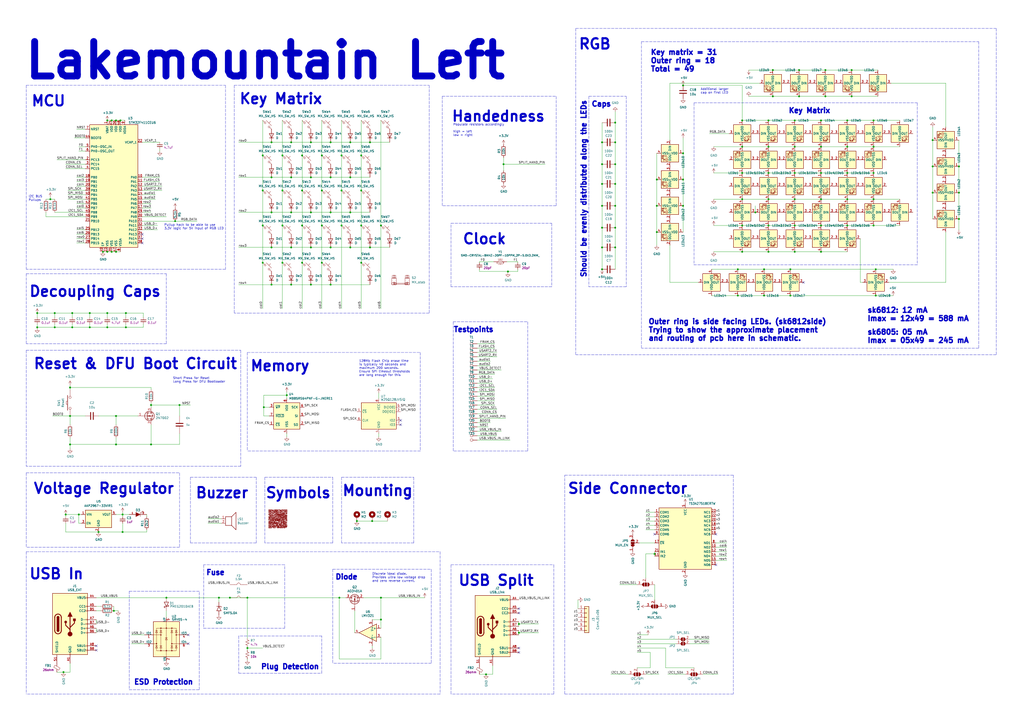
<source format=kicad_sch>
(kicad_sch (version 20211123) (generator eeschema)
  (paper "A2")
  (title_block (title "Lakemountain Left") (date "2023-01-29") (rev " 2") (company "Lakemountain"))
  (junction (at 152.4 110.49))
  (junction (at 69.85 69.85))
  (junction (at 57.15 308.61))
  (junction (at 127 346.71))
  (junction (at 356.87 71.12))
  (junction (at 300.99 367.03))
  (junction (at 180.34 123.19))
  (junction (at 356.87 132.08))
  (junction (at 494.03 40.64))
  (junction (at 506.73 130.81))
  (junction (at 67.31 146.05))
  (junction (at 157.48 123.19))
  (junction (at 207.01 302.26))
  (junction (at 186.69 110.49))
  (junction (at 64.77 69.85))
  (junction (at 396.24 104.14))
  (junction (at 40.64 257.81))
  (junction (at 87.63 257.81))
  (junction (at 445.77 100.33))
  (junction (at 349.25 82.55))
  (junction (at 541.02 81.28))
  (junction (at 198.12 130.81))
  (junction (at 461.01 146.05))
  (junction (at 427.99 171.45))
  (junction (at 29.21 115.57))
  (junction (at 506.73 69.85))
  (junction (at 73.025 189.865))
  (junction (at 157.48 102.87))
  (junction (at 508 171.45))
  (junction (at 445.77 130.81))
  (junction (at 21.59 181.61))
  (junction (at 152.4 152.4))
  (junction (at 349.25 143.51))
  (junction (at 445.77 85.09))
  (junction (at 349.25 95.25))
  (junction (at 21.59 189.865))
  (junction (at 168.91 143.51))
  (junction (at 491.49 85.09))
  (junction (at 133.35 346.71))
  (junction (at 175.26 152.4))
  (junction (at 445.77 115.57))
  (junction (at 458.47 156.21))
  (junction (at 180.34 82.55))
  (junction (at 448.31 55.88))
  (junction (at 186.69 152.4))
  (junction (at 96.52 346.71))
  (junction (at 476.25 115.57))
  (junction (at 67.31 241.3))
  (junction (at 443.23 171.45))
  (junction (at 427.99 156.21))
  (junction (at 175.26 110.49))
  (junction (at 220.98 359.41))
  (junction (at 396.24 119.38))
  (junction (at 163.83 130.81))
  (junction (at 71.12 298.45))
  (junction (at 281.94 391.16))
  (junction (at 191.77 82.55))
  (junction (at 157.48 165.1))
  (junction (at 506.73 100.33))
  (junction (at 152.4 130.81))
  (junction (at 175.26 90.17))
  (junction (at 143.51 375.92))
  (junction (at 461.01 85.09))
  (junction (at 356.87 143.51))
  (junction (at 448.31 40.64))
  (junction (at 438.15 123.19))
  (junction (at 73.025 181.61))
  (junction (at 168.91 82.55))
  (junction (at 430.53 146.05))
  (junction (at 38.1 298.45))
  (junction (at 175.26 130.81))
  (junction (at 396.24 49.53))
  (junction (at 163.83 110.49))
  (junction (at 381 119.38))
  (junction (at 203.2 102.87))
  (junction (at 31.75 181.61))
  (junction (at 31.75 189.865))
  (junction (at 445.77 146.05))
  (junction (at 203.2 123.19))
  (junction (at 478.79 40.64))
  (junction (at 209.55 152.4))
  (junction (at 349.25 106.68))
  (junction (at 556.26 96.52))
  (junction (at 191.77 102.87))
  (junction (at 506.73 85.09))
  (junction (at 62.23 69.85))
  (junction (at 157.48 82.55))
  (junction (at 381 104.14))
  (junction (at 430.53 130.81))
  (junction (at 463.55 40.64))
  (junction (at 476.25 85.09))
  (junction (at 458.47 171.45))
  (junction (at 66.04 354.33))
  (junction (at 168.91 123.19))
  (junction (at 356.87 119.38))
  (junction (at 203.2 143.51))
  (junction (at 186.69 130.81))
  (junction (at 87.63 234.95))
  (junction (at 180.34 143.51))
  (junction (at 379.73 321.31))
  (junction (at 292.1 95.25))
  (junction (at 166.37 229.235))
  (junction (at 67.31 257.81))
  (junction (at 191.77 143.51))
  (junction (at 153.035 236.22))
  (junction (at 349.25 132.08))
  (junction (at 356.87 106.68))
  (junction (at 461.01 130.81))
  (junction (at 491.49 100.33))
  (junction (at 36.83 389.89))
  (junction (at 52.07 189.865))
  (junction (at 45.72 298.45))
  (junction (at 461.01 69.85))
  (junction (at 163.83 152.4))
  (junction (at 491.49 69.85))
  (junction (at 356.87 82.55))
  (junction (at 294.64 157.48))
  (junction (at 64.77 146.05))
  (junction (at 52.07 181.61))
  (junction (at 168.91 102.87))
  (junction (at 62.23 146.05))
  (junction (at 214.63 143.51))
  (junction (at 443.23 156.21))
  (junction (at 356.87 95.25))
  (junction (at 476.25 100.33))
  (junction (at 556.26 111.76))
  (junction (at 349.25 156.21))
  (junction (at 191.77 165.1))
  (junction (at 209.55 90.17))
  (junction (at 461.01 100.33))
  (junction (at 491.49 130.81))
  (junction (at 62.23 189.865))
  (junction (at 198.12 110.49))
  (junction (at 430.53 69.85))
  (junction (at 349.25 119.38))
  (junction (at 40.64 224.79))
  (junction (at 157.48 143.51))
  (junction (at 71.12 308.61))
  (junction (at 62.23 181.61))
  (junction (at 541.02 96.52))
  (junction (at 40.64 241.3))
  (junction (at 67.31 69.85))
  (junction (at 463.55 55.88))
  (junction (at 461.01 115.57))
  (junction (at 209.55 110.49))
  (junction (at 508 156.21))
  (junction (at 506.73 115.57))
  (junction (at 104.14 234.95))
  (junction (at 198.12 90.17))
  (junction (at 101.6 128.27))
  (junction (at 180.34 165.1))
  (junction (at 220.98 346.71))
  (junction (at 196.85 346.71))
  (junction (at 478.79 55.88))
  (junction (at 209.55 130.81))
  (junction (at 168.91 165.1))
  (junction (at 163.83 90.17))
  (junction (at 396.24 88.9))
  (junction (at 41.91 181.61))
  (junction (at 215.9 302.26))
  (junction (at 476.25 130.81))
  (junction (at 41.91 189.865))
  (junction (at 203.2 82.55))
  (junction (at 220.98 130.81))
  (junction (at 214.63 82.55))
  (junction (at 186.69 90.17))
  (junction (at 491.49 115.57))
  (junction (at 430.53 100.33))
  (junction (at 143.51 346.71))
  (junction (at 556.26 127))
  (junction (at 152.4 90.17))
  (junction (at 445.77 69.85))
  (junction (at 180.34 102.87))
  (junction (at 191.77 123.19))
  (junction (at 300.99 361.95))
  (junction (at 381 134.62))
  (junction (at 430.53 115.57))
  (junction (at 59.69 146.05))
  (junction (at 476.25 69.85))
  (junction (at 430.53 85.09))
  (junction (at 541.02 111.76))
  (junction (at 494.03 55.88))
  (junction (at 476.25 146.05))
  (no_connect (at 55.88 374.65))
  (no_connect (at 232.41 243.84))
  (no_connect (at 82.55 135.89))
  (no_connect (at 300.99 355.6))
  (no_connect (at 300.99 353.06))
  (no_connect (at 415.29 309.88))
  (no_connect (at 300.99 378.46))
  (no_connect (at 55.88 377.19))
  (no_connect (at 109.22 368.3))
  (no_connect (at 109.22 373.38))
  (no_connect (at 232.41 246.38))
  (no_connect (at 300.99 375.92))
  (no_connect (at 415.29 327.66))
  (no_connect (at 466.09 163.83))
  (no_connect (at 82.55 140.97))
  (no_connect (at 82.55 138.43))
  (no_connect (at 379.73 309.88))
  (polyline (pts (xy 115.57 400.05) (xy 115.57 342.9)))
  (wire (pts (xy 382.27 391.16) (xy 374.65 391.16)))
  (wire (pts (xy 82.55 133.35) (xy 91.44 133.35)))
  (wire (pts (xy 38.1 298.45) (xy 45.72 298.45)))
  (wire (pts (xy 377.19 378.46) (xy 377.19 387.35)))
  (wire (pts (xy 175.26 130.81) (xy 175.26 152.4)))
  (wire (pts (xy 374.65 321.31) (xy 379.73 321.31)))
  (wire (pts (xy 40.64 384.81) (xy 40.64 389.89)))
  (wire (pts (xy 55.88 346.71) (xy 96.52 346.71)))
  (wire (pts (xy 96.52 346.71) (xy 127 346.71)))
  (wire (pts (xy 104.14 234.95) (xy 87.63 234.95)))
  (wire (pts (xy 440.69 48.26) (xy 388.62 48.26)))
  (wire (pts (xy 85.09 308.61) (xy 71.12 308.61)))
  (wire (pts (xy 198.12 110.49) (xy 198.12 130.81)))
  (wire (pts (xy 220.98 346.71) (xy 246.38 346.71)))
  (wire (pts (xy 416.56 391.16) (xy 407.67 391.16)))
  (wire (pts (xy 414.02 146.05) (xy 430.53 146.05)))
  (wire (pts (xy 52.07 187.96) (xy 52.07 189.865)))
  (wire (pts (xy 21.59 181.61) (xy 31.75 181.61)))
  (wire (pts (xy 458.47 156.21) (xy 508 156.21)))
  (wire (pts (xy 31.75 189.865) (xy 41.91 189.865)))
  (wire (pts (xy 29.21 114.3) (xy 29.21 115.57)))
  (wire (pts (xy 276.86 217.17) (xy 287.02 217.17)))
  (wire (pts (xy 276.86 255.27) (xy 295.91 255.27)))
  (wire (pts (xy 478.79 40.64) (xy 494.03 40.64)))
  (wire (pts (xy 387.35 391.16) (xy 397.51 391.16)))
  (wire (pts (xy 52.07 181.61) (xy 62.23 181.61)))
  (polyline (pts (xy 327.66 275.59) (xy 425.45 275.59)))
  (wire (pts (xy 541.02 96.52) (xy 541.02 111.76)))
  (wire (pts (xy 349.25 119.38) (xy 349.25 106.68)))
  (wire (pts (xy 191.77 102.87) (xy 203.2 102.87)))
  (wire (pts (xy 349.25 132.08) (xy 349.25 119.38)))
  (polyline (pts (xy 148.59 314.96) (xy 110.49 314.96)))
  (wire (pts (xy 62.23 146.05) (xy 64.77 146.05)))
  (wire (pts (xy 168.91 82.55) (xy 180.34 82.55)))
  (wire (pts (xy 83.185 187.96) (xy 83.185 189.865)))
  (wire (pts (xy 476.25 130.81) (xy 491.49 130.81)))
  (wire (pts (xy 175.26 110.49) (xy 175.26 130.81)))
  (wire (pts (xy 421.64 317.5) (xy 415.29 317.5)))
  (polyline (pts (xy 320.04 166.37) (xy 261.62 166.37)))
  (wire (pts (xy 381 134.62) (xy 381 142.24)))
  (wire (pts (xy 430.53 69.85) (xy 445.77 69.85)))
  (wire (pts (xy 438.15 123.19) (xy 438.15 119.38)))
  (wire (pts (xy 508 171.45) (xy 518.16 171.45)))
  (wire (pts (xy 335.28 353.06) (xy 335.28 347.98)))
  (wire (pts (xy 163.83 90.17) (xy 163.83 110.49)))
  (wire (pts (xy 203.2 82.55) (xy 214.63 82.55)))
  (polyline (pts (xy 363.22 55.88) (xy 363.22 166.37)))
  (wire (pts (xy 220.98 130.81) (xy 220.98 179.07)))
  (wire (pts (xy 73.025 181.61) (xy 83.185 181.61)))
  (wire (pts (xy 396.24 119.38) (xy 396.24 134.62)))
  (polyline (pts (xy 110.49 276.86) (xy 148.59 276.86)))
  (wire (pts (xy 220.98 346.71) (xy 220.98 359.41)))
  (wire (pts (xy 476.25 115.57) (xy 491.49 115.57)))
  (wire (pts (xy 26.67 125.73) (xy 49.53 125.73)))
  (polyline (pts (xy 130.81 156.21) (xy 15.24 156.21)))
  (polyline (pts (xy 15.24 203.2) (xy 139.7 203.2)))
  (wire (pts (xy 411.48 77.47) (xy 422.91 77.47)))
  (wire (pts (xy 548.64 134.62) (xy 548.64 163.83)))
  (polyline (pts (xy 135.89 49.53) (xy 135.89 181.61)))
  (wire (pts (xy 374.65 304.8) (xy 379.73 304.8)))
  (wire (pts (xy 430.53 115.57) (xy 445.77 115.57)))
  (wire (pts (xy 104.14 241.3) (xy 104.14 234.95)))
  (wire (pts (xy 379.73 321.31) (xy 379.73 322.58)))
  (wire (pts (xy 39.37 110.49) (xy 49.53 110.49)))
  (wire (pts (xy 40.64 241.3) (xy 40.64 246.38)))
  (wire (pts (xy 76.2 368.3) (xy 83.82 368.3)))
  (wire (pts (xy 64.77 69.85) (xy 67.31 69.85)))
  (wire (pts (xy 52.07 189.865) (xy 62.23 189.865)))
  (wire (pts (xy 143.51 375.285) (xy 143.51 375.92)))
  (wire (pts (xy 445.77 146.05) (xy 461.01 146.05)))
  (wire (pts (xy 541.02 81.28) (xy 541.02 96.52)))
  (polyline (pts (xy 15.24 274.32) (xy 104.14 274.32)))
  (wire (pts (xy 370.84 314.96) (xy 379.73 314.96)))
  (polyline (pts (xy 334.01 16.51) (xy 577.85 16.51)))
  (polyline (pts (xy 143.51 204.47) (xy 243.84 204.47)))
  (wire (pts (xy 26.67 115.57) (xy 29.21 115.57)))
  (wire (pts (xy 157.48 102.87) (xy 168.91 102.87)))
  (wire (pts (xy 356.87 143.51) (xy 356.87 132.08)))
  (wire (pts (xy 36.83 389.89) (xy 40.64 389.89)))
  (wire (pts (xy 374.65 307.34) (xy 379.73 307.34)))
  (wire (pts (xy 143.51 375.92) (xy 143.51 377.19)))
  (wire (pts (xy 461.01 100.33) (xy 476.25 100.33)))
  (wire (pts (xy 375.92 368.3) (xy 369.57 368.3)))
  (wire (pts (xy 381 119.38) (xy 381 134.62)))
  (wire (pts (xy 300.99 363.22) (xy 300.99 361.95)))
  (wire (pts (xy 461.01 146.05) (xy 476.25 146.05)))
  (wire (pts (xy 82.55 128.27) (xy 101.6 128.27)))
  (wire (pts (xy 499.11 163.83) (xy 500.38 163.83)))
  (wire (pts (xy 66.04 354.33) (xy 66.04 351.79)))
  (wire (pts (xy 421.64 314.96) (xy 415.29 314.96)))
  (wire (pts (xy 168.91 123.19) (xy 180.34 123.19)))
  (wire (pts (xy 215.9 359.41) (xy 220.98 359.41)))
  (polyline (pts (xy 138.43 390.525) (xy 186.69 390.525)))
  (wire (pts (xy 392.43 370.84) (xy 369.57 370.84)))
  (wire (pts (xy 87.63 234.95) (xy 87.63 236.22)))
  (polyline (pts (xy 139.7 203.2) (xy 139.7 270.51)))
  (wire (pts (xy 448.31 55.88) (xy 434.34 55.88)))
  (wire (pts (xy 138.43 102.87) (xy 157.48 102.87)))
  (wire (pts (xy 67.31 146.05) (xy 69.85 146.05)))
  (polyline (pts (xy 104.14 317.5) (xy 15.24 317.5)))
  (wire (pts (xy 396.24 80.01) (xy 396.24 88.9)))
  (wire (pts (xy 166.37 231.14) (xy 166.37 229.235)))
  (wire (pts (xy 166.37 251.46) (xy 166.37 253.365)))
  (polyline (pts (xy 577.85 16.51) (xy 577.85 205.74)))
  (polyline (pts (xy 165.1 364.49) (xy 165.1 327.66)))
  (wire (pts (xy 294.005 151.765) (xy 300.355 151.765)))
  (wire (pts (xy 287.02 199.39) (xy 276.86 199.39)))
  (wire (pts (xy 157.48 123.19) (xy 168.91 123.19)))
  (wire (pts (xy 104.14 251.46) (xy 104.14 257.81)))
  (wire (pts (xy 388.62 48.26) (xy 388.62 81.28)))
  (polyline (pts (xy 193.04 330.2) (xy 250.19 330.2)))
  (wire (pts (xy 143.51 375.92) (xy 152.4 375.92)))
  (wire (pts (xy 87.63 246.38) (xy 87.63 257.81)))
  (polyline (pts (xy 15.24 49.53) (xy 130.81 49.53)))
  (wire (pts (xy 349.25 82.55) (xy 349.25 71.12)))
  (polyline (pts (xy 165.1 327.66) (xy 118.11 327.66)))
  (wire (pts (xy 82.55 105.41) (xy 92.71 105.41)))
  (wire (pts (xy 45.72 87.63) (xy 49.53 87.63)))
  (wire (pts (xy 203.2 123.19) (xy 214.63 123.19)))
  (wire (pts (xy 180.34 143.51) (xy 191.77 143.51)))
  (wire (pts (xy 104.14 234.95) (xy 110.49 234.95)))
  (wire (pts (xy 127 349.25) (xy 127 346.71)))
  (polyline (pts (xy 198.12 276.86) (xy 240.03 276.86)))
  (wire (pts (xy 44.45 102.87) (xy 49.53 102.87)))
  (polyline (pts (xy 250.19 384.81) (xy 193.04 384.81)))
  (polyline (pts (xy 320.04 129.54) (xy 320.04 166.37)))
  (wire (pts (xy 39.37 115.57) (xy 49.53 115.57)))
  (wire (pts (xy 509.27 55.88) (xy 494.03 55.88)))
  (polyline (pts (xy 327.66 402.59) (xy 327.66 275.59)))
  (wire (pts (xy 491.49 100.33) (xy 506.73 100.33)))
  (polyline (pts (xy 577.85 205.74) (xy 334.01 205.74)))
  (wire (pts (xy 153.035 241.3) (xy 153.035 236.22)))
  (polyline (pts (xy 334.01 16.51) (xy 334.01 205.74)))
  (wire (pts (xy 21.59 187.96) (xy 21.59 189.865)))
  (wire (pts (xy 445.77 100.33) (xy 461.01 100.33)))
  (polyline (pts (xy 74.93 342.9) (xy 74.93 400.05)))
  (wire (pts (xy 494.03 55.88) (xy 478.79 55.88)))
  (wire (pts (xy 157.48 165.1) (xy 168.91 165.1)))
  (wire (pts (xy 69.85 69.85) (xy 72.39 69.85)))
  (wire (pts (xy 288.29 204.47) (xy 276.86 204.47)))
  (wire (pts (xy 276.86 201.93) (xy 287.02 201.93)))
  (polyline (pts (xy 139.7 270.51) (xy 15.24 270.51)))
  (wire (pts (xy 31.75 187.96) (xy 31.75 189.865)))
  (wire (pts (xy 349.25 106.68) (xy 349.25 95.25)))
  (wire (pts (xy 278.13 156.21) (xy 278.13 157.48)))
  (polyline (pts (xy 255.27 402.59) (xy 15.24 402.59)))
  (wire (pts (xy 186.69 152.4) (xy 186.69 179.07)))
  (wire (pts (xy 461.01 85.09) (xy 476.25 85.09)))
  (wire (pts (xy 73.025 189.865) (xy 83.185 189.865)))
  (wire (pts (xy 40.64 257.81) (xy 67.31 257.81)))
  (wire (pts (xy 285.75 386.08) (xy 285.75 391.16)))
  (wire (pts (xy 556.26 81.28) (xy 556.26 96.52)))
  (wire (pts (xy 41.91 184.15) (xy 41.91 181.61)))
  (wire (pts (xy 87.63 224.79) (xy 40.64 224.79)))
  (wire (pts (xy 293.37 242.57) (xy 276.86 242.57)))
  (wire (pts (xy 541.02 73.66) (xy 541.02 81.28)))
  (wire (pts (xy 196.85 382.27) (xy 220.98 382.27)))
  (wire (pts (xy 44.45 107.95) (xy 49.53 107.95)))
  (polyline (pts (xy 130.81 49.53) (xy 130.81 156.21)))
  (polyline (pts (xy 306.07 261.62) (xy 262.89 261.62)))
  (wire (pts (xy 369.57 375.92) (xy 386.08 375.92)))
  (polyline (pts (xy 261.62 327.66) (xy 321.31 327.66)))
  (wire (pts (xy 67.31 241.3) (xy 80.01 241.3)))
  (wire (pts (xy 414.02 130.81) (xy 430.53 130.81)))
  (polyline (pts (xy 186.69 390.525) (xy 186.69 368.935)))
  (wire (pts (xy 300.99 361.95) (xy 300.99 360.68)))
  (wire (pts (xy 369.57 378.46) (xy 377.19 378.46)))
  (wire (pts (xy 44.45 135.89) (xy 49.53 135.89)))
  (wire (pts (xy 379.73 320.04) (xy 379.73 321.31)))
  (wire (pts (xy 300.99 367.03) (xy 300.99 368.3)))
  (polyline (pts (xy 532.13 153.67) (xy 402.59 153.67)))
  (wire (pts (xy 556.26 111.76) (xy 556.26 127)))
  (wire (pts (xy 220.98 359.41) (xy 220.98 364.49)))
  (wire (pts (xy 461.01 130.81) (xy 476.25 130.81)))
  (wire (pts (xy 156.21 241.3) (xy 153.035 241.3)))
  (wire (pts (xy 82.55 120.65) (xy 87.63 120.65)))
  (polyline (pts (xy 143.51 204.47) (xy 143.51 261.62)))
  (wire (pts (xy 356.87 95.25) (xy 356.87 82.55)))
  (wire (pts (xy 276.86 209.55) (xy 284.48 209.55)))
  (wire (pts (xy 138.43 82.55) (xy 157.48 82.55)))
  (wire (pts (xy 44.45 133.35) (xy 49.53 133.35)))
  (wire (pts (xy 374.65 299.72) (xy 379.73 299.72)))
  (polyline (pts (xy 153.67 276.86) (xy 153.67 314.96)))
  (wire (pts (xy 445.77 69.85) (xy 461.01 69.85)))
  (polyline (pts (xy 256.54 55.88) (xy 322.58 55.88)))
  (wire (pts (xy 349.25 143.51) (xy 349.25 132.08)))
  (wire (pts (xy 276.86 219.71) (xy 285.75 219.71)))
  (wire (pts (xy 82.55 118.11) (xy 87.63 118.11)))
  (wire (pts (xy 82.55 123.19) (xy 87.63 123.19)))
  (wire (pts (xy 548.64 48.26) (xy 516.89 48.26)))
  (wire (pts (xy 152.4 110.49) (xy 152.4 130.81)))
  (wire (pts (xy 85.09 307.34) (xy 85.09 308.61)))
  (wire (pts (xy 476.25 69.85) (xy 491.49 69.85)))
  (polyline (pts (xy 243.84 204.47) (xy 243.84 261.62)))
  (wire (pts (xy 414.02 115.57) (xy 430.53 115.57)))
  (wire (pts (xy 64.77 146.05) (xy 67.31 146.05)))
  (wire (pts (xy 548.64 73.66) (xy 548.64 48.26)))
  (wire (pts (xy 67.31 69.85) (xy 69.85 69.85)))
  (wire (pts (xy 198.12 90.17) (xy 198.12 110.49)))
  (wire (pts (xy 71.12 297.18) (xy 71.12 298.45)))
  (polyline (pts (xy 321.31 327.66) (xy 321.31 402.59)))
  (wire (pts (xy 556.26 96.52) (xy 556.26 111.76)))
  (wire (pts (xy 276.86 207.01) (xy 288.29 207.01)))
  (polyline (pts (xy 153.67 276.86) (xy 193.04 276.86)))
  (wire (pts (xy 220.98 382.27) (xy 220.98 369.57)))
  (wire (pts (xy 276.86 250.19) (xy 290.83 250.19)))
  (wire (pts (xy 381 88.9) (xy 381 104.14)))
  (polyline (pts (xy 115.57 342.9) (xy 74.93 342.9)))
  (wire (pts (xy 294.64 158.115) (xy 294.64 157.48)))
  (wire (pts (xy 427.99 156.21) (xy 443.23 156.21)))
  (polyline (pts (xy 15.24 320.04) (xy 15.24 402.59)))
  (wire (pts (xy 186.69 90.17) (xy 186.69 110.49)))
  (wire (pts (xy 515.62 163.83) (xy 548.64 163.83)))
  (wire (pts (xy 207.01 302.26) (xy 215.9 302.26)))
  (wire (pts (xy 278.13 157.48) (xy 294.64 157.48)))
  (polyline (pts (xy 15.24 203.2) (xy 15.24 270.51)))
  (polyline (pts (xy 240.03 314.96) (xy 198.12 314.96)))
  (wire (pts (xy 219.71 227.965) (xy 219.71 231.14)))
  (wire (pts (xy 152.4 90.17) (xy 152.4 110.49)))
  (wire (pts (xy 157.48 82.55) (xy 168.91 82.55)))
  (polyline (pts (xy 261.62 166.37) (xy 261.62 129.54)))
  (polyline (pts (xy 193.04 330.2) (xy 193.04 384.81)))
  (wire (pts (xy 214.63 143.51) (xy 226.06 143.51)))
  (wire (pts (xy 276.86 212.09) (xy 284.48 212.09)))
  (wire (pts (xy 143.51 346.71) (xy 143.51 370.205)))
  (wire (pts (xy 55.88 361.95) (xy 55.88 359.41)))
  (wire (pts (xy 73.025 187.96) (xy 73.025 189.865)))
  (wire (pts (xy 421.64 320.04) (xy 415.29 320.04)))
  (wire (pts (xy 76.2 373.38) (xy 83.82 373.38)))
  (polyline (pts (xy 138.43 368.935) (xy 138.43 390.525)))
  (wire (pts (xy 381 104.14) (xy 381 119.38)))
  (polyline (pts (xy 74.93 400.05) (xy 115.57 400.05)))
  (polyline (pts (xy 262.89 186.69) (xy 306.07 186.69)))
  (wire (pts (xy 445.77 130.81) (xy 461.01 130.81)))
  (wire (pts (xy 175.26 90.17) (xy 175.26 110.49)))
  (polyline (pts (xy 104.14 274.32) (xy 104.14 317.5)))
  (polyline (pts (xy 148.59 276.86) (xy 148.59 314.96)))
  (polyline (pts (xy 261.62 327.66) (xy 261.62 402.59)))
  (wire (pts (xy 198.12 69.85) (xy 198.12 90.17)))
  (wire (pts (xy 349.25 95.25) (xy 349.25 82.55)))
  (wire (pts (xy 541.02 111.76) (xy 541.02 127)))
  (wire (pts (xy 138.43 165.1) (xy 157.48 165.1)))
  (polyline (pts (xy 15.24 158.75) (xy 15.24 199.39)))
  (wire (pts (xy 448.31 40.64) (xy 434.34 40.64)))
  (wire (pts (xy 62.23 187.96) (xy 62.23 189.865)))
  (wire (pts (xy 294.64 157.48) (xy 300.355 157.48)))
  (wire (pts (xy 377.19 387.35) (xy 369.57 387.35)))
  (wire (pts (xy 300.99 361.95) (xy 312.42 361.95)))
  (wire (pts (xy 386.08 375.92) (xy 386.08 387.35)))
  (wire (pts (xy 430.53 49.53) (xy 430.53 69.85)))
  (wire (pts (xy 509.27 40.64) (xy 494.03 40.64)))
  (wire (pts (xy 120.65 300.99) (xy 128.27 300.99)))
  (wire (pts (xy 386.08 387.35) (xy 402.59 387.35)))
  (wire (pts (xy 38.1 97.79) (xy 49.53 97.79)))
  (wire (pts (xy 209.55 69.85) (xy 209.55 90.17)))
  (wire (pts (xy 379.73 339.09) (xy 379.73 347.98)))
  (wire (pts (xy 92.71 102.87) (xy 82.55 102.87)))
  (polyline (pts (xy 567.69 201.93) (xy 372.11 201.93)))
  (wire (pts (xy 421.64 325.12) (xy 415.29 325.12)))
  (polyline (pts (xy 322.58 119.38) (xy 256.54 119.38)))
  (polyline (pts (xy 372.11 24.13) (xy 372.11 201.93)))
  (wire (pts (xy 396.24 104.14) (xy 396.24 119.38)))
  (wire (pts (xy 57.15 241.3) (xy 67.31 241.3)))
  (wire (pts (xy 168.91 143.51) (xy 180.34 143.51)))
  (polyline (pts (xy 240.03 276.86) (xy 240.03 314.96)))
  (polyline (pts (xy 15.24 274.32) (xy 15.24 317.5)))
  (wire (pts (xy 300.355 157.48) (xy 300.355 156.21)))
  (wire (pts (xy 175.26 69.85) (xy 175.26 90.17)))
  (wire (pts (xy 186.69 69.85) (xy 186.69 90.17)))
  (wire (pts (xy 430.53 146.05) (xy 445.77 146.05)))
  (wire (pts (xy 180.34 102.87) (xy 191.77 102.87)))
  (wire (pts (xy 506.73 85.09) (xy 521.97 85.09)))
  (wire (pts (xy 41.91 187.96) (xy 41.91 189.865)))
  (polyline (pts (xy 341.63 55.88) (xy 341.63 166.37)))
  (wire (pts (xy 278.13 151.765) (xy 286.385 151.765)))
  (wire (pts (xy 219.71 251.46) (xy 219.71 253.365)))
  (wire (pts (xy 73.025 184.15) (xy 73.025 181.61)))
  (wire (pts (xy 41.91 181.61) (xy 52.07 181.61)))
  (wire (pts (xy 21.59 184.15) (xy 21.59 181.61)))
  (wire (pts (xy 276.86 252.73) (xy 288.29 252.73)))
  (wire (pts (xy 152.4 152.4) (xy 152.4 179.07)))
  (wire (pts (xy 506.73 130.81) (xy 521.97 130.81)))
  (wire (pts (xy 276.86 227.33) (xy 287.02 227.33)))
  (wire (pts (xy 62.23 181.61) (xy 73.025 181.61)))
  (polyline (pts (xy 262.89 186.69) (xy 262.89 261.62)))
  (polyline (pts (xy 327.66 402.59) (xy 425.45 402.59)))
  (wire (pts (xy 374.65 335.28) (xy 374.65 321.31)))
  (wire (pts (xy 458.47 171.45) (xy 508 171.45)))
  (wire (pts (xy 412.75 156.21) (xy 427.99 156.21)))
  (wire (pts (xy 38.1 308.61) (xy 57.15 308.61)))
  (wire (pts (xy 152.4 130.81) (xy 152.4 152.4)))
  (wire (pts (xy 414.02 85.09) (xy 430.53 85.09)))
  (wire (pts (xy 39.37 113.03) (xy 49.53 113.03)))
  (wire (pts (xy 120.65 303.53) (xy 128.27 303.53)))
  (wire (pts (xy 491.49 115.57) (xy 506.73 115.57)))
  (wire (pts (xy 214.63 82.55) (xy 226.06 82.55)))
  (wire (pts (xy 476.25 85.09) (xy 491.49 85.09)))
  (polyline (pts (xy 341.63 55.88) (xy 363.22 55.88)))
  (polyline (pts (xy 118.11 364.49) (xy 165.1 364.49)))
  (wire (pts (xy 45.72 303.53) (xy 46.99 303.53)))
  (polyline (pts (xy 250.19 330.2) (xy 250.19 384.81)))
  (polyline (pts (xy 248.92 49.53) (xy 248.92 181.61)))
  (wire (pts (xy 287.02 232.41) (xy 276.86 232.41)))
  (wire (pts (xy 463.55 55.88) (xy 448.31 55.88)))
  (wire (pts (xy 220.98 69.85) (xy 220.98 130.81)))
  (polyline (pts (xy 255.27 320.04) (xy 255.27 402.59)))
  (wire (pts (xy 62.23 189.865) (xy 73.025 189.865)))
  (wire (pts (xy 209.55 90.17) (xy 209.55 110.49)))
  (wire (pts (xy 556.26 127) (xy 556.26 133.35)))
  (wire (pts (xy 491.49 85.09) (xy 506.73 85.09)))
  (wire (pts (xy 478.79 55.88) (xy 463.55 55.88)))
  (wire (pts (xy 203.2 143.51) (xy 214.63 143.51)))
  (wire (pts (xy 198.12 130.81) (xy 198.12 179.07)))
  (polyline (pts (xy 193.04 314.96) (xy 153.67 314.96)))
  (wire (pts (xy 205.74 367.03) (xy 205.74 354.33)))
  (wire (pts (xy 82.55 130.81) (xy 91.44 130.81)))
  (wire (pts (xy 443.23 171.45) (xy 427.99 171.45)))
  (wire (pts (xy 191.77 143.51) (xy 203.2 143.51)))
  (wire (pts (xy 388.62 163.83) (xy 405.13 163.83)))
  (wire (pts (xy 411.48 373.38) (xy 400.05 373.38)))
  (wire (pts (xy 168.91 102.87) (xy 180.34 102.87)))
  (wire (pts (xy 276.86 224.79) (xy 287.02 224.79)))
  (wire (pts (xy 143.51 346.71) (xy 196.85 346.71)))
  (wire (pts (xy 21.59 189.865) (xy 31.75 189.865)))
  (polyline (pts (xy 402.59 59.69) (xy 402.59 153.67)))
  (wire (pts (xy 209.55 110.49) (xy 209.55 130.81)))
  (wire (pts (xy 40.64 254) (xy 40.64 257.81)))
  (wire (pts (xy 38.1 299.72) (xy 38.1 298.45)))
  (wire (pts (xy 191.77 165.1) (xy 214.63 165.1)))
  (wire (pts (xy 55.88 367.03) (xy 55.88 364.49)))
  (wire (pts (xy 83.185 181.61) (xy 83.185 184.15)))
  (wire (pts (xy 74.93 298.45) (xy 71.12 298.45)))
  (wire (pts (xy 175.26 152.4) (xy 175.26 179.07)))
  (wire (pts (xy 209.55 130.81) (xy 209.55 152.4)))
  (wire (pts (xy 40.64 224.79) (xy 40.64 226.06)))
  (wire (pts (xy 396.24 88.9) (xy 396.24 104.14)))
  (polyline (pts (xy 186.69 368.935) (xy 138.43 368.935)))
  (wire (pts (xy 44.45 120.65) (xy 49.53 120.65)))
  (wire (pts (xy 210.82 346.71) (xy 220.98 346.71)))
  (polyline (pts (xy 15.24 158.75) (xy 96.52 158.75)))
  (wire (pts (xy 215.9 302.26) (xy 224.79 302.26)))
  (wire (pts (xy 41.91 189.865) (xy 52.07 189.865)))
  (wire (pts (xy 300.99 367.03) (xy 312.42 367.03)))
  (wire (pts (xy 388.62 142.24) (xy 388.62 163.83)))
  (wire (pts (xy 461.01 69.85) (xy 476.25 69.85)))
  (wire (pts (xy 67.31 254) (xy 67.31 257.81)))
  (wire (pts (xy 30.48 241.3) (xy 40.64 241.3)))
  (wire (pts (xy 33.02 389.89) (xy 36.83 389.89)))
  (wire (pts (xy 359.41 339.09) (xy 369.57 339.09)))
  (wire (pts (xy 152.4 69.85) (xy 152.4 90.17)))
  (wire (pts (xy 40.64 241.3) (xy 49.53 241.3)))
  (wire (pts (xy 445.77 115.57) (xy 461.01 115.57)))
  (wire (pts (xy 276.86 245.11) (xy 284.48 245.11)))
  (wire (pts (xy 104.14 257.81) (xy 87.63 257.81)))
  (polyline (pts (xy 118.11 327.66) (xy 118.11 364.49)))
  (wire (pts (xy 300.355 151.765) (xy 300.355 152.4)))
  (wire (pts (xy 62.23 181.61) (xy 62.23 184.15)))
  (polyline (pts (xy 15.24 320.04) (xy 255.27 320.04)))
  (wire (pts (xy 38.1 95.25) (xy 49.53 95.25)))
  (wire (pts (xy 356.87 156.21) (xy 356.87 143.51)))
  (polyline (pts (xy 15.24 49.53) (xy 15.24 156.21)))
  (wire (pts (xy 40.64 223.52) (xy 40.64 224.79)))
  (wire (pts (xy 67.31 257.81) (xy 87.63 257.81)))
  (wire (pts (xy 163.83 152.4) (xy 163.83 179.07)))
  (wire (pts (xy 180.34 123.19) (xy 191.77 123.19)))
  (wire (pts (xy 45.72 298.45) (xy 45.72 303.53)))
  (polyline (pts (xy 248.92 181.61) (xy 135.89 181.61)))
  (wire (pts (xy 506.73 69.85) (xy 521.97 69.85)))
  (wire (pts (xy 82.55 113.03) (xy 90.17 113.03)))
  (wire (pts (xy 44.45 118.11) (xy 49.53 118.11)))
  (wire (pts (xy 196.85 346.71) (xy 200.66 346.71)))
  (wire (pts (xy 96.52 354.33) (xy 96.52 358.14)))
  (wire (pts (xy 491.49 69.85) (xy 506.73 69.85)))
  (wire (pts (xy 215.9 375.92) (xy 215.9 374.65)))
  (wire (pts (xy 26.67 123.19) (xy 26.67 125.73)))
  (wire (pts (xy 191.77 123.19) (xy 203.2 123.19)))
  (wire (pts (xy 287.02 234.95) (xy 276.86 234.95)))
  (polyline (pts (xy 363.22 166.37) (xy 341.63 166.37)))
  (wire (pts (xy 45.72 298.45) (xy 46.99 298.45)))
  (wire (pts (xy 186.69 130.81) (xy 186.69 152.4)))
  (wire (pts (xy 443.23 156.21) (xy 458.47 156.21)))
  (wire (pts (xy 71.12 298.45) (xy 71.12 299.72)))
  (wire (pts (xy 430.53 100.33) (xy 445.77 100.33)))
  (wire (pts (xy 38.1 303.53) (xy 38.1 308.61)))
  (wire (pts (xy 203.2 102.87) (xy 214.63 102.87)))
  (polyline (pts (xy 198.12 276.86) (xy 198.12 314.96)))
  (wire (pts (xy 153.035 229.235) (xy 166.37 229.235)))
  (wire (pts (xy 166.37 229.235) (xy 166.37 227.33)))
  (wire (pts (xy 87.63 233.68) (xy 87.63 234.95)))
  (wire (pts (xy 412.75 171.45) (xy 427.99 171.45)))
  (wire (pts (xy 349.25 143.51) (xy 349.25 156.21)))
  (wire (pts (xy 430.53 100.33) (xy 414.02 100.33)))
  (wire (pts (xy 58.42 354.33) (xy 55.88 354.33)))
  (wire (pts (xy 191.77 82.55) (xy 203.2 82.55)))
  (polyline (pts (xy 402.59 59.69) (xy 532.13 59.69)))
  (wire (pts (xy 67.31 298.45) (xy 71.12 298.45)))
  (wire (pts (xy 476.25 100.33) (xy 491.49 100.33)))
  (wire (pts (xy 300.99 365.76) (xy 300.99 367.03)))
  (wire (pts (xy 127 346.71) (xy 133.35 346.71)))
  (wire (pts (xy 157.48 143.51) (xy 168.91 143.51)))
  (polyline (pts (xy 567.69 24.13) (xy 567.69 201.93)))
  (wire (pts (xy 276.86 214.63) (xy 290.83 214.63)))
  (wire (pts (xy 421.64 322.58) (xy 415.29 322.58)))
  (wire (pts (xy 443.23 171.45) (xy 458.47 171.45)))
  (wire (pts (xy 93.98 107.95) (xy 82.55 107.95)))
  (polyline (pts (xy 321.31 402.59) (xy 261.62 402.59)))
  (wire (pts (xy 101.6 128.27) (xy 114.3 128.27)))
  (wire (pts (xy 354.33 391.16) (xy 364.49 391.16)))
  (wire (pts (xy 31.75 123.19) (xy 49.53 123.19)))
  (wire (pts (xy 278.13 391.16) (xy 281.94 391.16)))
  (wire (pts (xy 186.69 110.49) (xy 186.69 130.81)))
  (wire (pts (xy 168.91 165.1) (xy 180.34 165.1)))
  (wire (pts (xy 491.49 130.81) (xy 506.73 130.81)))
  (wire (pts (xy 143.51 382.27) (xy 143.51 382.905)))
  (wire (pts (xy 82.55 82.55) (xy 92.71 82.55)))
  (wire (pts (xy 180.34 82.55) (xy 191.77 82.55)))
  (wire (pts (xy 196.85 346.71) (xy 196.85 382.27)))
  (wire (pts (xy 163.83 110.49) (xy 163.83 130.81)))
  (wire (pts (xy 45.72 85.09) (xy 49.53 85.09)))
  (wire (pts (xy 356.87 82.55) (xy 356.87 71.12)))
  (polyline (pts (xy 193.04 276.86) (xy 193.04 314.96)))
  (polyline (pts (xy 306.07 186.69) (xy 306.07 261.62)))
  (wire (pts (xy 499.11 138.43) (xy 499.11 163.83)))
  (wire (pts (xy 288.29 240.03) (xy 276.86 240.03)))
  (wire (pts (xy 71.12 308.61) (xy 71.12 303.53)))
  (wire (pts (xy 356.87 119.38) (xy 356.87 106.68)))
  (wire (pts (xy 40.64 257.81) (xy 40.64 260.35)))
  (wire (pts (xy 52.07 184.15) (xy 52.07 181.61)))
  (wire (pts (xy 209.55 152.4) (xy 209.55 179.07)))
  (wire (pts (xy 21.59 190.5) (xy 21.59 189.865)))
  (wire (pts (xy 43.18 80.01) (xy 49.53 80.01)))
  (wire (pts (xy 59.69 146.05) (xy 62.23 146.05)))
  (wire (pts (xy 276.86 247.65) (xy 283.21 247.65)))
  (wire (pts (xy 411.48 370.84) (xy 400.05 370.84)))
  (polyline (pts (xy 110.49 276.86) (xy 110.49 314.96)))
  (wire (pts (xy 374.65 302.26) (xy 379.73 302.26)))
  (wire (pts (xy 44.45 140.97) (xy 49.53 140.97)))
  (wire (pts (xy 287.02 229.87) (xy 276.86 229.87)))
  (wire (pts (xy 476.25 146.05) (xy 491.49 146.05)))
  (wire (pts (xy 93.98 110.49) (xy 82.55 110.49)))
  (wire (pts (xy 31.75 184.15) (xy 31.75 181.61)))
  (polyline (pts (xy 261.62 129.54) (xy 320.04 129.54)))
  (wire (pts (xy 156.21 236.22) (xy 153.035 236.22)))
  (wire (pts (xy 278.13 151.765) (xy 278.13 152.4)))
  (wire (pts (xy 62.23 69.85) (xy 64.77 69.85)))
  (wire (pts (xy 430.53 85.09) (xy 445.77 85.09)))
  (wire (pts (xy 281.94 391.16) (xy 285.75 391.16)))
  (wire (pts (xy 57.15 308.61) (xy 71.12 308.61)))
  (wire (pts (xy 506.73 115.57) (xy 521.97 115.57)))
  (polyline (pts (xy 425.45 275.59) (xy 425.45 402.59)))
  (wire (pts (xy 44.45 74.93) (xy 49.53 74.93)))
  (wire (pts (xy 92.71 86.36) (xy 92.71 87.63)))
  (wire (pts (xy 82.55 125.73) (xy 96.52 125.73)))
  (wire (pts (xy 82.55 115.57) (xy 90.17 115.57)))
  (polyline (pts (xy 96.52 158.75) (xy 96.52 199.39)))
  (wire (pts (xy 288.29 237.49) (xy 276.86 237.49)))
  (wire (pts (xy 292.1 95.25) (xy 292.1 99.06)))
  (polyline (pts (xy 243.84 261.62) (xy 143.51 261.62)))
  (wire (pts (xy 153.035 236.22) (xy 153.035 229.235)))
  (wire (pts (xy 44.45 105.41) (xy 49.53 105.41)))
  (wire (pts (xy 29.21 115.57) (xy 31.75 115.57)))
  (wire (pts (xy 374.65 297.18) (xy 379.73 297.18)))
  (wire (pts (xy 292.1 91.44) (xy 292.1 95.25)))
  (wire (pts (xy 138.43 143.51) (xy 157.48 143.51)))
  (wire (pts (xy 478.79 40.64) (xy 463.55 40.64)))
  (wire (pts (xy 356.87 106.68) (xy 356.87 95.25)))
  (wire (pts (xy 58.42 351.79) (xy 55.88 351.79)))
  (wire (pts (xy 44.45 138.43) (xy 49.53 138.43)))
  (polyline (pts (xy 256.54 55.88) (xy 256.54 119.38)))
  (polyline (pts (xy 372.11 24.13) (xy 567.69 24.13)))
  (wire (pts (xy 356.87 132.08) (xy 356.87 119.38)))
  (wire (pts (xy 67.31 241.3) (xy 67.31 246.38)))
  (wire (pts (xy 276.86 222.25) (xy 285.75 222.25)))
  (wire (pts (xy 430.53 130.81) (xy 445.77 130.81)))
  (wire (pts (xy 356.87 71.12) (xy 356.87 64.77)))
  (wire (pts (xy 445.77 85.09) (xy 461.01 85.09)))
  (wire (pts (xy 33.02 92.71) (xy 49.53 92.71)))
  (wire (pts (xy 463.55 40.64) (xy 448.31 40.64)))
  (wire (pts (xy 85.09 299.72) (xy 85.09 298.45)))
  (wire (pts (xy 87.63 226.06) (xy 87.63 224.79)))
  (wire (pts (xy 68.58 354.33) (xy 66.04 354.33)))
  (wire (pts (xy 461.01 115.57) (xy 476.25 115.57)))
  (polyline (pts (xy 532.13 59.69) (xy 532.13 153.67)))
  (polyline (pts (xy 322.58 55.88) (xy 322.58 119.38)))
  (wire (pts (xy 163.83 130.81) (xy 163.83 152.4)))
  (polyline (pts (xy 135.89 49.53) (xy 248.92 49.53)))
  (wire (pts (xy 31.75 181.61) (xy 41.91 181.61)))
  (polyline (pts (xy 96.52 199.39) (xy 15.24 199.39)))
  (wire (pts (xy 396.24 49.53) (xy 430.53 49.53)))
  (wire (pts (xy 138.43 123.19) (xy 157.48 123.19)))
  (wire (pts (xy 180.34 165.1) (xy 191.77 165.1)))
  (wire (pts (xy 392.43 373.38) (xy 369.57 373.38)))
  (wire (pts (xy 133.35 346.71) (xy 143.51 346.71)))
  (wire (pts (xy 163.83 69.85) (xy 163.83 90.17)))
  (wire (pts (xy 292.1 95.25) (xy 316.23 95.25)))
  (wire (pts (xy 508 156.21) (xy 518.16 156.21)))
  (text "128Mb Flash Chip erase time \nis typically 40 seconds and\nmaximum 200 seconds.\nEnsure SPI timeout thresholds\nare long enough for this" (at 208.28 218.44 0) (effects (font (size 1.27 1.27)) (justify left bottom)))
  (text "Side Connector" (at 328.93 287.02 0) (effects (font (size 5.9944 5.9944) (thickness 1.1989) bold) (justify left bottom)))
  (text "MCU" (at 17.78 62.23 0) (effects (font (size 5.9944 5.9944) (thickness 1.1989) bold) (justify left bottom)))
  (text "USB In" (at 16.51 336.55 0) (effects (font (size 6 6) (thickness 1.1989) bold) (justify left bottom)))
  (text "Plug Detection" (at 151.13 388.62 0) (effects (font (size 3 3) (thickness 1.1989) bold) (justify left bottom)))
  (text "Pullup hack to be able to use\n3.3V logic for 5V input of RGB LED" (at 95.25 133.35 0) (effects (font (size 1.27 1.27)) (justify left bottom)))
  (text "Caps" (at 342.9 62.23 0) (effects (font (size 3 3) (thickness 1.1989) bold) (justify left bottom)))
  (text "Memory" (at 144.78 215.9 0) (effects (font (size 5.9944 5.9944) (thickness 1.1989) bold) (justify left bottom)))
  (text "Decoupling Caps" (at 16.51 172.72 0) (effects (font (size 5.9944 5.9944) (thickness 1.1989) bold) (justify left bottom)))
  (text "Handedness" (at 261.62 71.12 0) (effects (font (size 5.9944 5.9944) (thickness 1.1989) bold) (justify left bottom)))
  (text "USB Split" (at 265.43 340.36 0) (effects (font (size 6 6) (thickness 1.2) bold) (justify left bottom)))
  (text "ESD Protection\n" (at 77.47 397.51 0) (effects (font (size 3 3) (thickness 1.1989) bold) (justify left bottom)))
  (text "Voltage Regulator" (at 19.05 287.02 0) (effects (font (size 6 6) (thickness 1.1989) bold) (justify left bottom)))
  (text "Diode" (at 194.31 336.55 0) (effects (font (size 3 3) (thickness 1.1989) bold) (justify left bottom)))
  (text "sk6812: 12 mA\nImax = 12x49 = 588 mA" (at 502.92 186.69 0) (effects (font (size 3 3) (thickness 1.1989) bold) (justify left bottom)))
  (text "Additional larger\ncap on first LED\n" (at 406.4 54.61 0) (effects (font (size 1.27 1.27)) (justify left bottom)))
  (text "Should be evenly distributed along the LEDs" (at 340.36 161.29 90) (effects (font (size 3 3) (thickness 1.1989) bold) (justify left bottom)))
  (text "Clock" (at 267.97 142.24 0) (effects (font (size 5.9944 5.9944) (thickness 1.1989) bold) (justify left bottom)))
  (text "Symbols" (at 153.67 289.56 0) (effects (font (size 5.9944 5.9944) (thickness 1.1989) bold) (justify left bottom)))
  (text "Discrete ideal diode.\nProvides ultra low voltage drop\nand zero reverse current." (at 215.9 337.82 0) (effects (font (size 1.27 1.27)) (justify left bottom)))
  (text "Populate resistors accordingly\n\nhigh = left\nlow = right\n\n" (at 262.89 81.28 0) (effects (font (size 1.27 1.27)) (justify left bottom)))
  (text "I2C BUS\nPullups" (at 16.51 116.84 0) (effects (font (size 1.27 1.27)) (justify left bottom)))
  (text "sk6805: 05 mA\nImax = 05x49 = 245 mA" (at 502.92 199.39 0) (effects (font (size 3 3) (thickness 1.1989) bold) (justify left bottom)))
  (text "Key Matrix" (at 457.2 66.04 0) (effects (font (size 3 3) (thickness 1.1989) bold) (justify left bottom)))
  (text "Short Press for Reset\nLong Press for DFU Bootloader" (at 100.33 222.25 0) (effects (font (size 1.27 1.27)) (justify left bottom)))
  (text "Fuse" (at 119.38 334.01 0) (effects (font (size 3 3) (thickness 1.1989) bold) (justify left bottom)))
  (text "Testpoints" (at 262.89 193.04 0) (effects (font (size 3 3) (thickness 1.1989) bold) (justify left bottom)))
  (text "Outer ring is side facing LEDs. (sk6812side)\nTrying to show the approximate placement\nand routing of pcb here in schematic." (at 375.92 198.12 0) (effects (font (size 3 3) (thickness 1.1989) bold) (justify left bottom)))
  (text "Key matrix = 31\nOuter ring = 18\nTotal = 49" (at 377.19 41.91 0) (effects (font (size 3 3) (thickness 1.1989) bold) (justify left bottom)))
  (text "Key Matrix" (at 138.43 60.96 0) (effects (font (size 5.9944 5.9944) (thickness 1.1989) bold) (justify left bottom)))
  (text "Mounting" (at 198.12 288.29 0) (effects (font (size 5.9944 5.9944) (thickness 1.1989) bold) (justify left bottom)))
  (text "Buzzer" (at 113.03 289.56 0) (effects (font (size 5.9944 5.9944) (thickness 1.1989) bold) (justify left bottom)))
  (text "Reset & DFU Boot Circuit" (at 19.05 214.63 0) (effects (font (size 6 6) (thickness 1.1989) bold) (justify left bottom)))
  (text "Lakemountain Left" (at 12.7 46.99 0) (effects (font (size 20 20) (thickness 4) bold) (justify left bottom)))
  (text "RGB" (at 335.28 29.21 0) (effects (font (size 5.9944 5.9944) (thickness 1.1989) bold) (justify left bottom)))
  (label "VBUS_DETECT" (at 290.83 214.63 180))
  (label "col3" (at 186.69 179.07 90))
  (label "SPI_MOSI" (at 232.41 236.22 0))
  (label "z1" (at 335.28 355.6 180))
  (label "F1" (at 45.72 87.63 0))
  (label "SPI_SCK" (at 287.02 234.95 180))
  (label "USB_VBUS_IN_LINK" (at 143.51 339.09 0))
  (label "F0" (at 45.72 85.09 0))
  (label "col1" (at 163.83 179.07 90))
  (label "row2" (at 87.63 118.11 180))
  (label "col4" (at 44.45 107.95 0))
  (label "FRAM_CS" (at 156.21 246.38 180))
  (label "BOOT0" (at 284.48 245.11 180))
  (label "SPLIT_HAND_PIN" (at 316.23 95.25 180))
  (label "SPI_SCK" (at 176.53 236.22 0))
  (label "z1" (at 374.65 297.18 0))
  (label "z2" (at 335.28 358.14 180))
  (label "F0" (at 278.765 151.765 0))
  (label "VBUS_DETECT" (at 96.52 125.73 180))
  (label "NRST" (at 110.49 234.95 180))
  (label "z5" (at 335.28 365.76 180))
  (label "col4" (at 421.64 314.96 180))
  (label "z3" (at 335.28 360.68 180))
  (label "x2" (at 415.29 299.72 0))
  (label "SPI_MISO" (at 176.53 246.38 0))
  (label "z5" (at 374.65 307.34 0))
  (label "audio2" (at 90.17 115.57 180))
  (label "I2C1_SCL" (at 287.02 224.79 180))
  (label "z2" (at 374.65 299.72 0))
  (label "USB_D-" (at 285.75 219.71 180))
  (label "USART2_TX" (at 312.42 361.95 180))
  (label "FLASH_CS" (at 207.01 238.76 180))
  (label "VCAP_1" (at 83.82 82.55 0))
  (label "FLASH_CS" (at 287.02 201.93 180))
  (label "col6" (at 44.45 135.89 0))
  (label "CONN_CS" (at 288.29 240.03 180))
  (label "USART2_TX" (at 288.29 204.47 180))
  (label "SPI_MISO" (at 411.48 370.84 180))
  (label "USB_VBUS_IN" (at 290.83 250.19 180))
  (label "SPI_MISO" (at 232.41 238.76 0))
  (label "col5" (at 44.45 133.35 0))
  (label "I2C1_SDA" (at 287.02 227.33 180))
  (label "col4" (at 198.12 179.07 90))
  (label "row0" (at 44.45 138.43 0))
  (label "audio2" (at 120.65 300.99 0))
  (label "USB_VBUS_IN_LINK" (at 295.91 255.27 180))
  (label "USB_D+" (at 55.88 367.03 0))
  (label "x5" (at 415.29 307.34 0))
  (label "col2" (at 175.26 179.07 90))
  (label "CONN_SEL" (at 38.1 97.79 0))
  (label "SPI_SCK" (at 207.01 243.84 180))
  (label "NRST" (at 44.45 74.93 0))
  (label "I2C1_SCL" (at 39.37 123.19 0))
  (label "z3" (at 374.65 302.26 0))
  (label "row4" (at 421.64 325.12 180))
  (label "USB_D-" (at 76.2 368.3 0))
  (label "FRAM_CS" (at 287.02 199.39 180))
  (label "x2" (at 369.57 370.84 0))
  (label "x1" (at 415.29 297.18 0))
  (label "FRAM_CS" (at 92.71 102.87 180))
  (label "USART2_RX" (at 312.42 367.03 180))
  (label "SPI_MOSI" (at 287.02 229.87 180))
  (label "CONN_CS" (at 38.1 95.25 0))
  (label "x4" (at 415.29 304.8 0))
  (label "USB_D-" (at 55.88 361.95 0))
  (label "SPLIT_HAND_PIN" (at 33.02 92.71 0))
  (label "col2" (at 44.45 102.87 0))
  (label "SPI_MOSI" (at 411.48 373.38 180))
  (label "x1" (at 369.57 368.3 0))
  (label "row2" (at 138.43 123.19 0))
  (label "USB_D-" (at 91.44 130.81 180))
  (label "NRST" (at 283.21 247.65 180))
  (label "col6" (at 421.64 317.5 180))
  (label "CONN_SEL" (at 359.41 339.09 0))
  (label "USB_VBUS_IN" (at 133.35 339.09 180))
  (label "CONN_SEL" (at 288.29 237.49 180))
  (label "row1" (at 421.64 320.04 180))
  (label "CONN_CS" (at 416.56 391.16 180))
  (label "BOOT0" (at 43.18 80.01 0))
  (label "row4" (at 138.43 165.1 0))
  (label "x3" (at 415.29 302.26 0))
  (label "RGB_DATA" (at 411.48 77.47 0))
  (label "col6" (at 220.98 179.07 90))
  (label "x3" (at 369.57 373.38 0))
  (label "audio2" (at 284.48 212.09 180))
  (label "col0" (at 152.4 179.07 90))
  (label "x5" (at 369.57 378.46 0))
  (label "z4" (at 335.28 363.22 180))
  (label "USB_VBUS" (at 288.29 252.73 180))
  (label "x4" (at 369.57 375.92 0))
  (label "F1" (at 297.815 151.765 0))
  (label "RGB_DATA" (at 114.3 128.27 180))
  (label "SPI_MISO" (at 39.37 113.03 0))
  (label "row2" (at 421.64 322.58 180))
  (label "row4" (at 87.63 123.19 180))
  (label "row1" (at 44.45 140.97 0))
  (label "VBUS_DETECT" (at 152.4 375.92 0))
  (label "I2C1_SCL" (at 354.33 391.16 0))
  (label "USB_VBUS" (at 58.42 346.71 0))
  (label "z4" (at 374.65 304.8 0))
  (label "SPI_SCK" (at 39.37 110.49 0))
  (label "audio1" (at 120.65 303.53 0))
  (label "row3" (at 138.43 143.51 0))
  (label "BOOT0" (at 30.48 241.3 0))
  (label "I2C1_SDA" (at 387.35 391.16 0))
  (label "SPI_MISO" (at 287.02 232.41 180))
  (label "USB_VBUS_IN" (at 243.84 346.71 180))
  (label "USART2_TX" (at 93.98 107.95 180))
  (label "USB_VBUS_IN_LINK" (at 300.99 347.98 0))
  (label "row0" (at 138.43 82.55 0))
  (label "FLASH_CS" (at 92.71 105.41 180))
  (label "row1" (at 138.43 102.87 0))
  (label "col3" (at 44.45 105.41 0))
  (label "SPLIT_HAND_PIN" (at 293.37 242.57 180))
  (label "audio1" (at 90.17 113.03 180))
  (label "USB_D+" (at 91.44 133.35 180))
  (label "I2C1_SDA" (at 39.37 125.73 0))
  (label "SPI_MOSI" (at 39.37 115.57 0))
  (label "col0" (at 44.45 120.65 0))
  (label "USB_D+" (at 76.2 373.38 0))
  (label "USB_D+" (at 285.75 222.25 180))
  (label "USART2_RX" (at 288.29 207.01 180))
  (label "USART2_RX" (at 93.98 110.49 180))
  (label "RGB_DATA" (at 287.02 217.17 180))
  (label "SPI_SCK" (at 382.27 391.16 180))
  (label "SPI_MOSI" (at 176.53 241.3 0))
  (label "col1" (at 44.45 118.11 0))
  (label "row3" (at 87.63 120.65 180))
  (label "col5" (at 209.55 179.07 90))
  (label "audio1" (at 284.48 209.55 180))
  (symbol (lib_id "keyboard-mx:MX_SK6812MINI-E") (at 491.49 107.95 0) (unit 1)
    (property "Reference" "LEDc5" (at 496.57 100.33 0))
    (property "Value" "MX_SK6812MINI-E" (effects hide))
    (property "Footprint" "lakemountain:LED_MX_6028R_Flipped" (effects hide))
  )
  (symbol (lib_id "keyboard-mx:MX_SW_HS") (at 166.37 133.35 0) (unit 1)
    (property "Reference" "SWd2" (at 166.37 125.73 0))
    (property "Value" "MX_SW_HS" (at 166.37 128.27 0))
    (property "Footprint" "marbastlib-mx:SW_MX_HS_1u" (effects hide))
  )
  (symbol (lib_id "power:GND") (at 541.02 73.66 0) (mirror x) (unit 1)
    (property "Reference" "#PWR0120" (effects hide))
    (property "Value" "GND" (at 541.02 68.58 0))
  )
  (symbol (lib_id "Bonsai_C4:fb_0402_26ohm") (at 278.13 388.62 0) (unit 1)
    (property "Reference" "FB2" (at 271.145 387.35 0) (effects (justify left)))
    (property "Value" "fb_0402_26ohm" (effects hide))
    (property "Footprint" "Bonsai_C4:R_0402_1005Metric" (effects hide))
    (property "MPN" "CBG100505U260T" (effects hide))
    (property "Mfg" "FH" (effects hide))
    (property "Display value" "26ohm" (at 269.875 389.89 0) (effects (justify left)))
    (property "LCSC" "C668229" (effects hide))
  )
  (symbol (lib_id "power:GND") (at 143.51 382.905 0) (unit 1)
    (property "Reference" "#PWR037" (effects hide))
    (property "Value" "GND" (at 143.637 387.2992 0))
  )
  (symbol (lib_id "keyboard-mx:MX_SK6812MINI-E") (at 445.77 92.71 180) (unit 1)
    (property "Reference" "LEDb2" (at 440.69 100.33 0))
    (property "Value" "MX_SK6812MINI-E" (effects hide))
    (property "Footprint" "lakemountain:LED_MX_6028R" (effects hide))
  )
  (symbol (lib_id "keyboard-mx:MX_SK6812MINI-E") (at 445.77 107.95 0) (unit 1)
    (property "Reference" "LEDc2" (at 450.85 100.33 0))
    (property "Value" "MX_SK6812MINI-E" (effects hide))
    (property "Footprint" "lakemountain:LED_MX_6028R_Flipped" (effects hide))
  )
  (symbol (lib_id "keyboard-mx:MX_SK6812MINI-E") (at 445.77 77.47 0) (unit 1)
    (property "Reference" "LEDa2" (at 450.85 69.85 0))
    (property "Value" "MX_SK6812MINI-E" (effects hide))
    (property "Footprint" "lakemountain:LED_MX_6028R_Flipped" (effects hide))
  )
  (symbol (lib_id "keyboard-mx:MX_SK6812MINI-E") (at 548.64 81.28 270) (mirror x) (unit 1)
    (property "Reference" "LEDs4" (at 556.26 76.2 0))
    (property "Value" "MX_SK6812MINI-E" (effects hide))
    (property "Footprint" "lakemountain:sk6812side" (effects hide))
  )
  (symbol (lib_id "keyboard-mx:MX_SK6812MINI-E") (at 491.49 123.19 180) (unit 1)
    (property "Reference" "LEDd5" (at 486.41 130.81 0))
    (property "Value" "MX_SK6812MINI-E" (effects hide))
    (property "Footprint" "lakemountain:LED_MX_6028R" (effects hide))
  )
  (symbol (lib_id "YAEMK:2N7002") (at 85.09 241.3 0) (unit 1)
    (property "Reference" "Q1" (at 90.2716 240.1316 0) (effects (justify left)))
    (property "Value" "2N7002" (at 90.2716 242.443 0) (effects (justify left)))
    (property "Footprint" "Package_TO_SOT_SMD:SOT-23" (effects hide))
    (property "LCSC Part" " C8545" (effects hide))
    (property "JLCPCB BOM" "1" (effects hide))
  )
  (symbol (lib_id "Connector:TestPoint") (at 276.86 237.49 90) (unit 1)
    (property "Reference" "T16" (at 273.558 233.68 90))
    (property "Value" "TP" (effects hide))
    (property "Footprint" "lakemountain:TestPoint_Pad_D1.0mm" (effects hide))
  )
  (symbol (lib_id "keyboard-left-rescue:R-Device-keyboard-right-rescue") (at 87.63 229.87 0) (unit 1)
    (property "Reference" "R10" (at 85.09 229.87 90))
    (property "Value" "10k" (at 87.63 229.87 90))
    (property "Footprint" "Resistor_SMD:R_0603_1608Metric" (effects hide))
    (property "LCSC" " C25804" (effects hide))
  )
  (symbol (lib_id "keyboard-mx:MX_SW_HS") (at 189.23 133.35 0) (unit 1)
    (property "Reference" "SWd4" (at 189.23 125.73 0))
    (property "Value" "MX_SW_HS" (at 189.23 128.27 0))
    (property "Footprint" "marbastlib-mx:SW_MX_HS_1u" (effects hide))
  )
  (symbol (lib_id "keyboard-mx:MX_SK6812MINI-E") (at 478.79 48.26 0) (mirror y) (unit 1)
    (property "Reference" "LEDs7" (at 473.71 40.64 0))
    (property "Value" "MX_SK6812MINI-E" (effects hide))
    (property "Footprint" "lakemountain:sk6812side" (effects hide))
  )
  (symbol (lib_id "power:+3.3V") (at 397.51 292.1 0) (unit 1)
    (property "Reference" "#PWR0113" (effects hide))
    (property "Value" "+3.3V" (at 397.891 287.7058 0))
  )
  (symbol (lib_id "Device:D") (at 180.34 119.38 90) (unit 1)
    (property "Reference" "Dc3" (at 182.88 118.1099 90) (effects (justify right)))
    (property "Value" "D" (at 182.88 120.6499 90) (effects (justify right)))
    (property "Footprint" "Diode_SMD:D_SOD-123" (effects hide))
    (property "LCSC" "C81598" (effects hide))
  )
  (symbol (lib_id "power:GND") (at 36.83 389.89 0) (unit 1)
    (property "Reference" "#PWR03" (effects hide))
    (property "Value" "GND" (at 36.957 393.1412 90) (effects (justify right)))
  )
  (symbol (lib_id "Connector:TestPoint") (at 276.86 199.39 90) (unit 1)
    (property "Reference" "T1" (at 273.558 195.58 90))
    (property "Value" "TP" (effects hide))
    (property "Footprint" "lakemountain:TestPoint_Pad_D1.0mm" (effects hide))
  )
  (symbol (lib_id "Connector:TestPoint") (at 276.86 234.95 90) (unit 1)
    (property "Reference" "T15" (at 273.558 231.14 90))
    (property "Value" "TP" (effects hide))
    (property "Footprint" "lakemountain:TestPoint_Pad_D1.0mm" (effects hide))
  )
  (symbol (lib_id "keyboard-mx:MX_SK6812MINI-E") (at 491.49 77.47 0) (unit 1)
    (property "Reference" "LEDa5" (at 496.57 69.85 0))
    (property "Value" "MX_SK6812MINI-E" (effects hide))
    (property "Footprint" "lakemountain:LED_MX_6028R_Flipped" (effects hide))
  )
  (symbol (lib_id "keyboard-mx:MX_SW_HS") (at 177.8 92.71 0) (unit 1)
    (property "Reference" "SWb3" (at 177.8 85.09 0))
    (property "Value" "MX_SW_HS" (at 177.8 87.63 0))
    (property "Footprint" "marbastlib-mx:SW_MX_HS_1u" (effects hide))
  )
  (symbol (lib_id "keyboard-left-rescue:R-Device-keyboard-right-rescue") (at 62.23 354.33 270) (unit 1)
    (property "Reference" "R2" (at 62.23 356.87 90))
    (property "Value" "5.1k" (at 62.23 354.33 90))
    (property "Footprint" "Resistor_SMD:R_0603_1608Metric" (effects hide))
    (property "Mouser" "C27834" (effects hide))
    (property "LCSC" "C104384" (effects hide))
  )
  (symbol (lib_id "power:GND") (at 281.94 391.16 0) (unit 1)
    (property "Reference" "#PWR01" (effects hide))
    (property "Value" "GND" (at 282.067 394.4112 90) (effects (justify right)))
  )
  (symbol (lib_id "keyboard-left-rescue:R-Device-keyboard-right-rescue") (at 26.67 119.38 0) (unit 1)
    (property "Reference" "R12" (at 24.13 119.38 90))
    (property "Value" "5.1k" (at 26.67 119.38 90))
    (property "Footprint" "Resistor_SMD:R_0603_1608Metric" (effects hide))
    (property "Mouser" "C27834" (effects hide))
    (property "LCSC" "C104384" (effects hide))
  )
  (symbol (lib_id "Connector:TestPoint") (at 276.86 201.93 90) (unit 1)
    (property "Reference" "T2" (at 273.558 198.12 90))
    (property "Value" "TP" (effects hide))
    (property "Footprint" "lakemountain:TestPoint_Pad_D1.0mm" (effects hide))
  )
  (symbol (lib_id "keyboard-mx:MX_SK6812MINI-E") (at 388.62 104.14 270) (unit 1)
    (property "Reference" "LEDs11" (at 396.24 109.22 0))
    (property "Value" "MX_SK6812MINI-E" (effects hide))
    (property "Footprint" "lakemountain:sk6812side" (effects hide))
  )
  (symbol (lib_id "keyboard-mx:MX_SK6812MINI-E") (at 476.25 92.71 180) (unit 1)
    (property "Reference" "LEDb4" (at 471.17 100.33 0))
    (property "Value" "MX_SK6812MINI-E" (effects hide))
    (property "Footprint" "lakemountain:LED_MX_6028R" (effects hide))
  )
  (symbol (lib_id "keyboard-mx:MX_SK6812MINI-E") (at 430.53 123.19 180) (unit 1)
    (property "Reference" "LEDd1" (at 425.45 130.81 0))
    (property "Value" "MX_SK6812MINI-E" (effects hide))
    (property "Footprint" "lakemountain:LED_MX_6028R" (effects hide))
  )
  (symbol (lib_id "keyboard-mx:MX_SK6812MINI-E") (at 443.23 163.83 0) (mirror x) (unit 1)
    (property "Reference" "LEDs16" (at 448.31 171.45 0))
    (property "Value" "MX_SK6812MINI-E" (effects hide))
    (property "Footprint" "lakemountain:sk6812side" (effects hide))
  )
  (symbol (lib_id "Bonsai_C4:cap_100nF_16v_0402") (at 73.025 185.42 0) (unit 1)
    (property "Reference" "C16" (at 75.3618 184.8866 0) (effects (justify left)))
    (property "Value" "cap_100nF_16v_0402" (effects hide))
    (property "Footprint" "Bonsai_C4:C_0402_1005Metric" (effects hide))
    (property "MPN" "CL05B104KO5NNNC" (effects hide))
    (property "Mfg" "Samsung" (effects hide))
    (property "Display value" "0.1uF" (at 75.3618 187.198 0) (effects (justify left)))
    (property "LCSC" "C1525" (effects hide))
  )
  (symbol (lib_id "keyboard-mx:MX_SK6812MINI-E") (at 506.73 92.71 180) (unit 1)
    (property "Reference" "LEDb6" (at 501.65 100.33 0))
    (property "Value" "MX_SK6812MINI-E" (effects hide))
    (property "Footprint" "lakemountain:LED_MX_6028R" (effects hide))
  )
  (symbol (lib_id "Device:D") (at 191.77 139.7 90) (unit 1)
    (property "Reference" "Dd4" (at 194.31 138.4299 90) (effects (justify right)))
    (property "Value" "D" (at 194.31 140.9699 90) (effects (justify right)))
    (property "Footprint" "Diode_SMD:D_SOD-123" (effects hide))
    (property "LCSC" "C81598" (effects hide))
  )
  (symbol (lib_id "Bonsai_C4:STM32F411CEU6") (at 67.31 107.95 0) (unit 1)
    (property "Reference" "U3" (at 75.565 68.58 0))
    (property "Value" "STM32F411CEU6" (at 82.55 71.12 0))
    (property "Footprint" "Bonsai_C4:QFN-48-1EP_7x7mm_P0.5mm_EP5.6x5.6mm_ThermalVias" (effects hide))
    (property "LCSC" "C60420" (effects hide))
  )
  (symbol (lib_id "Connector:TestPoint") (at 276.86 240.03 90) (unit 1)
    (property "Reference" "T17" (at 273.558 236.22 90))
    (property "Value" "TP" (effects hide))
    (property "Footprint" "lakemountain:TestPoint_Pad_D1.0mm" (effects hide))
  )
  (symbol (lib_id "keyboard-mx:MX_SK6812MINI-E") (at 448.31 48.26 0) (mirror y) (unit 1)
    (property "Reference" "LEDs9" (at 443.23 40.64 0))
    (property "Value" "MX_SK6812MINI-E" (effects hide))
    (property "Footprint" "lakemountain:sk6812side" (effects hide))
  )
  (symbol (lib_id "Device:C") (at 353.06 71.12 90) (unit 1)
    (property "Reference" "C23" (at 353.06 78.74 90))
    (property "Value" "100n" (at 353.06 76.2 90))
    (property "Footprint" "Bonsai_C4:C_0805" (effects hide))
    (property "LCSC" "C495959" (effects hide))
  )
  (symbol (lib_id "Mechanical:MountingHole_Pad") (at 215.9 299.72 0) (unit 1)
    (property "Reference" "H2" (at 218.44 297.1799 0) (effects (justify left)))
    (property "Value" "M2" (at 218.44 299.7199 0) (effects (justify left)))
    (property "Footprint" "MountingHole:MountingHole_2.2mm_M2_Pad_Via" (effects hide))
  )
  (symbol (lib_id "Bonsai_C4:r_4.7k_0402_1p") (at 143.51 372.745 0) (unit 1)
    (property "Reference" "R7" (at 145.2372 371.5766 0) (effects (justify left)))
    (property "Value" "r_4.7k_0402_1p" (effects hide))
    (property "Footprint" "Bonsai_C4:R_0402_1005Metric" (effects hide))
    (property "MPN" "0402WGF4701TCE" (effects hide))
    (property "Display value" "4.7k" (at 145.2372 373.888 0) (effects (justify left)))
    (property "LCSC" "C25900" (effects hide))
  )
  (symbol (lib_id "Jumper:SolderJumper_3_Open") (at 402.59 391.16 180) (unit 1)
    (property "Reference" "JP4" (at 402.59 396.24 0))
    (property "Value" "I2C/SPI" (at 402.59 393.7 0))
    (property "Footprint" "Jumper:SolderJumper-3_P1.3mm_Open_RoundedPad1.0x1.5mm_NumberLabels" (effects hide))
  )
  (symbol (lib_id "power:+3.3V") (at 375.92 368.3 0) (unit 1)
    (property "Reference" "#PWR0106" (effects hide))
    (property "Value" "+3.3V" (at 376.301 363.9058 0))
  )
  (symbol (lib_id "power:GND") (at 219.71 253.365 0) (unit 1)
    (property "Reference" "#PWR035" (effects hide))
    (property "Value" "GND" (at 219.837 257.7592 0))
  )
  (symbol (lib_id "Bonsai_C4:cap_100nF_16v_0402") (at 21.59 185.42 0) (unit 1)
    (property "Reference" "C10" (at 23.9268 184.8866 0) (effects (justify left)))
    (property "Value" "cap_100nF_16v_0402" (effects hide))
    (property "Footprint" "Bonsai_C4:C_0402_1005Metric" (effects hide))
    (property "MPN" "CL05B104KO5NNNC" (effects hide))
    (property "Mfg" "Samsung" (effects hide))
    (property "Display value" "0.1uF" (at 23.9268 187.198 0) (effects (justify left)))
    (property "LCSC" "C1525" (effects hide))
  )
  (symbol (lib_id "Mechanical:MountingHole_Pad") (at 224.79 299.72 0) (unit 1)
    (property "Reference" "H3" (at 227.33 297.1799 0) (effects (justify left)))
    (property "Value" "M2" (at 227.33 299.7199 0) (effects (justify left)))
    (property "Footprint" "MountingHole:MountingHole_2.2mm_M2_Pad_Via" (effects hide))
  )
  (symbol (lib_id "keyboard-mx:MX_SK6812MINI-E") (at 476.25 77.47 0) (unit 1)
    (property "Reference" "LEDa4" (at 481.33 69.85 0))
    (property "Value" "MX_SK6812MINI-E" (effects hide))
    (property "Footprint" "lakemountain:LED_MX_6028R_Flipped" (effects hide))
  )
  (symbol (lib_id "keyboard-mx:MX_SK6812MINI-E") (at 430.53 92.71 180) (unit 1)
    (property "Reference" "LEDb1" (at 425.45 100.33 0))
    (property "Value" "MX_SK6812MINI-E" (effects hide))
    (property "Footprint" "lakemountain:LED_MX_6028R" (effects hide))
  )
  (symbol (lib_id "Bonsai_C4:cap_1uF_10v_0402") (at 71.12 300.99 0) (unit 1)
    (property "Reference" "C3" (at 73.4568 300.4566 0) (effects (justify left)))
    (property "Value" "cap_1uF_10v_0402" (effects hide))
    (property "Footprint" "Bonsai_C4:C_0402_1005Metric" (effects hide))
    (property "MPN" "CC0402KRX5R6BB105" (effects hide))
    (property "Mfg" "Yageo" (effects hide))
    (property "Display value" "1uF" (at 73.4568 302.768 0) (effects (justify left)))
    (property "LCSC" "C52923" (effects hide))
  )
  (symbol (lib_id "Device:C") (at 353.06 156.21 90) (unit 1)
    (property "Reference" "C12" (at 353.06 163.83 90))
    (property "Value" "100n" (at 353.06 161.29 90))
    (property "Footprint" "Bonsai_C4:C_0805" (effects hide))
    (property "LCSC" "C495959" (effects hide))
  )
  (symbol (lib_id "keyboard-mx:MX_SW_HS") (at 154.94 133.35 0) (unit 1)
    (property "Reference" "SWd1" (at 154.94 125.73 0))
    (property "Value" "MX_SW_HS" (at 154.94 128.27 0))
    (property "Footprint" "marbastlib-mx:SW_MX_HS_1.25u" (effects hide))
  )
  (symbol (lib_id "keyboard-mx:MX_SK6812MINI-E") (at 476.25 107.95 0) (unit 1)
    (property "Reference" "LEDc4" (at 481.33 100.33 0))
    (property "Value" "MX_SK6812MINI-E" (effects hide))
    (property "Footprint" "lakemountain:LED_MX_6028R_Flipped" (effects hide))
  )
  (symbol (lib_id "keyboard-mx:MX_SW_HS") (at 177.8 72.39 0) (unit 1)
    (property "Reference" "SWa3" (at 177.8 64.77 0))
    (property "Value" "MX_SW_HS" (at 177.8 67.31 0))
    (property "Footprint" "marbastlib-mx:SW_MX_HS_1u" (effects hide))
  )
  (symbol (lib_id "keyboard-mx:MX_SK6812MINI-E") (at 476.25 123.19 180) (unit 1)
    (property "Reference" "LEDd4" (at 471.17 130.81 0))
    (property "Value" "MX_SK6812MINI-E" (effects hide))
    (property "Footprint" "lakemountain:LED_MX_6028R" (effects hide))
  )
  (symbol (lib_id "Connector:TestPoint") (at 276.86 207.01 90) (unit 1)
    (property "Reference" "T4" (at 273.558 203.2 90))
    (property "Value" "TP" (effects hide))
    (property "Footprint" "lakemountain:TestPoint_Pad_D1.0mm" (effects hide))
  )
  (symbol (lib_id "keyboard-mx:MX_SW_HS") (at 212.09 113.03 0) (unit 1)
    (property "Reference" "SWc6" (at 212.09 105.41 0))
    (property "Value" "MX_SW_HS" (at 212.09 107.95 0))
    (property "Footprint" "marbastlib-mx:SW_MX_HS_1u" (effects hide))
  )
  (symbol (lib_id "Device:D") (at 203.2 78.74 90) (unit 1)
    (property "Reference" "Da5" (at 205.74 77.4699 90) (effects (justify right)))
    (property "Value" "D" (at 205.74 80.0099 90) (effects (justify right)))
    (property "Footprint" "Diode_SMD:D_SOD-123" (effects hide))
    (property "LCSC" "C81598" (effects hide))
  )
  (symbol (lib_id "keyboard-mx:MX_SK6812MINI-E") (at 461.01 92.71 180) (unit 1)
    (property "Reference" "LEDb3" (at 455.93 100.33 0))
    (property "Value" "MX_SK6812MINI-E" (effects hide))
    (property "Footprint" "lakemountain:LED_MX_6028R" (effects hide))
  )
  (symbol (lib_id "Device:D") (at 157.48 78.74 90) (unit 1)
    (property "Reference" "Da1" (at 160.02 77.4699 90) (effects (justify right)))
    (property "Value" "D" (at 160.02 80.0099 90) (effects (justify right)))
    (property "Footprint" "Diode_SMD:D_SOD-123" (effects hide))
    (property "LCSC" "C81598" (effects hide))
  )
  (symbol (lib_id "Jumper:SolderJumper_3_Open") (at 379.73 351.79 180) (unit 1)
    (property "Reference" "JP6" (at 379.73 355.6 0))
    (property "Value" "MUX_SEL" (at 379.73 358.14 0))
    (property "Footprint" "Jumper:SolderJumper-3_P1.3mm_Open_RoundedPad1.0x1.5mm_NumberLabels" (effects hide))
  )
  (symbol (lib_id "power:GND") (at 381 142.24 0) (unit 1)
    (property "Reference" "#PWR0122" (effects hide))
    (property "Value" "GND" (at 381 147.32 0))
  )
  (symbol (lib_id "Bonsai_C4:cap_100nF_16v_0402") (at 31.75 185.42 0) (unit 1)
    (property "Reference" "C11" (at 34.0868 184.8866 0) (effects (justify left)))
    (property "Value" "cap_100nF_16v_0402" (effects hide))
    (property "Footprint" "Bonsai_C4:C_0402_1005Metric" (effects hide))
    (property "MPN" "CL05B104KO5NNNC" (effects hide))
    (property "Mfg" "Samsung" (effects hide))
    (property "Display value" "0.1uF" (at 34.0868 187.198 0) (effects (justify left)))
    (property "LCSC" "C1525" (effects hide))
  )
  (symbol (lib_id "keyboard-mx:MX_SW_HS") (at 212.09 154.94 0) (unit 1)
    (property "Reference" "SWe6" (at 212.09 147.32 0))
    (property "Value" "MX_SW_HS" (at 212.09 149.86 0))
    (property "Footprint" "marbastlib-mx:SW_MX_HS_1.25u" (effects hide))
  )
  (symbol (lib_id "Device:D") (at 214.63 161.29 90) (unit 1)
    (property "Reference" "De6" (at 217.17 160.0199 90) (effects (justify right)))
    (property "Value" "D" (at 217.17 162.5599 90) (effects (justify right)))
    (property "Footprint" "Diode_SMD:D_SOD-123" (effects hide))
    (property "LCSC" "C81598" (effects hide))
  )
  (symbol (lib_id "keyboard-left-rescue:R-Device-keyboard-right-rescue") (at 40.64 250.19 0) (unit 1)
    (property "Reference" "R6" (at 38.1 250.19 90))
    (property "Value" "10k" (at 40.64 250.19 90))
    (property "Footprint" "Resistor_SMD:R_0603_1608Metric" (effects hide))
    (property "LCSC" " C25804" (effects hide))
  )
  (symbol (lib_id "power:+5V") (at 101.6 120.65 0) (unit 1)
    (property "Reference" "#PWR06" (effects hide))
    (property "Value" "+5V" (at 101.6 115.57 0))
  )
  (symbol (lib_id "Connector:TestPoint") (at 276.86 250.19 90) (unit 1)
    (property "Reference" "T21" (at 273.558 246.38 90))
    (property "Value" "TP" (effects hide))
    (property "Footprint" "lakemountain:TestPoint_Pad_D1.0mm" (effects hide))
  )
  (symbol (lib_id "keyboard-mx:MX_SK6812MINI-E") (at 476.25 138.43 0) (unit 1)
    (property "Reference" "LEDe4" (at 481.33 130.81 0))
    (property "Value" "MX_SK6812MINI-E" (effects hide))
    (property "Footprint" "lakemountain:LED_MX_6028R_Flipped" (effects hide))
  )
  (symbol (lib_id "keyboard-mx:MX_SK6812MINI-E") (at 506.73 107.95 0) (unit 1)
    (property "Reference" "LEDc6" (at 511.81 100.33 0))
    (property "Value" "MX_SK6812MINI-E" (effects hide))
    (property "Footprint" "lakemountain:LED_MX_6028R_Flipped" (effects hide))
  )
  (symbol (lib_id "power:GND") (at 207.01 302.26 0) (unit 1)
    (property "Reference" "#PWR0102" (effects hide))
    (property "Value" "GND" (at 207.137 306.6542 0))
  )
  (symbol (lib_id "Connector:TestPoint") (at 276.86 242.57 90) (unit 1)
    (property "Reference" "T18" (at 273.558 238.76 90))
    (property "Value" "TP" (effects hide))
    (property "Footprint" "lakemountain:TestPoint_Pad_D1.0mm" (effects hide))
  )
  (symbol (lib_id "power:GND") (at 384.81 351.79 90) (unit 1)
    (property "Reference" "#PWR0109" (effects hide))
    (property "Value" "GND" (at 388.0612 351.663 90) (effects (justify right)))
  )
  (symbol (lib_id "power:+5V") (at 414.02 100.33 0) (unit 1)
    (property "Reference" "#PWR0104" (effects hide))
    (property "Value" "+5V" (at 414.401 95.9358 0))
  )
  (symbol (lib_id "power:GND") (at 414.02 115.57 0) (unit 1)
    (property "Reference" "#PWR050" (effects hide))
    (property "Value" "GND" (at 414.02 120.65 0))
  )
  (symbol (lib_id "keyboard-mx:MX_SW_HS") (at 212.09 133.35 0) (unit 1)
    (property "Reference" "SWd6" (at 212.09 125.73 0))
    (property "Value" "MX_SW_HS" (at 212.09 128.27 0))
    (property "Footprint" "marbastlib-mx:SW_MX_HS_1u" (effects hide))
  )
  (symbol (lib_id "keyboard-left-rescue:R-Device-keyboard-right-rescue") (at 292.1 102.87 0) (unit 1)
    (property "Reference" "R4" (at 289.56 102.87 90))
    (property "Value" "10k" (at 292.1 102.87 90))
    (property "Footprint" "Resistor_SMD:R_0603_1608Metric" (effects hide))
    (property "LCSC" " C25804" (effects hide))
    (property "JLCPCB BOM" "0" (effects hide))
  )
  (symbol (lib_id "power:GND") (at 59.69 146.05 0) (unit 1)
    (property "Reference" "#PWR021" (effects hide))
    (property "Value" "GND" (at 59.817 150.4442 0))
  )
  (symbol (lib_id "Bonsai_C4:SRV05-4") (at 96.52 370.84 0) (unit 1)
    (property "Reference" "U2" (at 100.965 357.505 0))
    (property "Value" "SRV05-4" (at 104.14 359.41 0))
    (property "Footprint" "Bonsai_C4:SOT-23-6" (effects hide))
    (property "Datasheet" "http://www.onsemi.com/pub/Collateral/SRV05-4-D.PDF" (effects hide))
    (property "LCSC" "C85364" (effects hide))
  )
  (symbol (lib_id "Connector:TestPoint") (at 276.86 255.27 90) (unit 1)
    (property "Reference" "T23" (at 273.558 251.46 90))
    (property "Value" "TP" (effects hide))
    (property "Footprint" "lakemountain:TestPoint_Pad_D1.0mm" (effects hide))
  )
  (symbol (lib_id "keyboard-left-rescue:USB_C_Receptacle_USB2.0-Connector-keyboard-right-rescue") (at 285.75 363.22 0) (unit 1)
    (property "Reference" "J2" (at 288.4678 341.1982 0))
    (property "Value" "USB_Link" (at 288.4678 343.5096 0))
    (property "Footprint" "Connector_USB:USB_C_Receptacle_HRO_TYPE-C-31-M-12" (effects hide))
    (property "Datasheet" "https://www.usb.org/sites/default/files/documents/usb_type-c.zip" (effects hide))
    (property "Mouser" "C165948" (effects hide))
    (property "LCSC" "C165948" (effects hide))
  )
  (symbol (lib_id "Device:D") (at 203.2 99.06 90) (unit 1)
    (property "Reference" "Db5" (at 205.74 97.7899 90) (effects (justify right)))
    (property "Value" "D" (at 205.74 100.3299 90) (effects (justify right)))
    (property "Footprint" "Diode_SMD:D_SOD-123" (effects hide))
    (property "LCSC" "C81598" (effects hide))
  )
  (symbol (lib_id "keyboard-mx:MX_SK6812MINI-E") (at 461.01 138.43 0) (unit 1)
    (property "Reference" "LEDe3" (at 466.09 130.81 0))
    (property "Value" "MX_SK6812MINI-E" (effects hide))
    (property "Footprint" "lakemountain:LED_MX_6028R_Flipped" (effects hide))
  )
  (symbol (lib_id "Transistor_FET:AO3401A") (at 205.74 349.25 90) (unit 1)
    (property "Reference" "Q2" (at 205.74 340.5632 90))
    (property "Value" "AO3401A" (at 205.74 342.8746 90))
    (property "Footprint" "Package_TO_SOT_SMD:SOT-23" (effects hide))
    (property "LCSC Part" " C15127" (effects hide))
    (property "JLCPCB BOM" "1" (effects hide))
  )
  (symbol (lib_id "power:GND") (at 96.52 383.54 0) (unit 1)
    (property "Reference" "#PWR016" (effects hide))
    (property "Value" "GND" (at 96.647 387.9342 0))
  )
  (symbol (lib_id "keyboard-mx:MX_SK6812MINI-E") (at 509.27 48.26 0) (mirror y) (unit 1)
    (property "Reference" "LEDs5" (at 504.19 40.64 0))
    (property "Value" "MX_SK6812MINI-E" (effects hide))
    (property "Footprint" "lakemountain:sk6812side" (effects hide))
  )
  (symbol (lib_id "keyboard-mx:MX_SK6812MINI-E") (at 412.75 163.83 0) (mirror x) (unit 1)
    (property "Reference" "LEDs14" (at 417.83 171.45 0))
    (property "Value" "MX_SK6812MINI-E" (effects hide))
    (property "Footprint" "lakemountain:sk6812side" (effects hide))
  )
  (symbol (lib_id "Device:D") (at 214.63 99.06 90) (unit 1)
    (property "Reference" "Db6" (at 217.17 97.7899 90) (effects (justify right)))
    (property "Value" "D" (at 217.17 100.3299 90) (effects (justify right)))
    (property "Footprint" "Diode_SMD:D_SOD-123" (effects hide))
    (property "LCSC" "C81598" (effects hide))
  )
  (symbol (lib_id "Device:D") (at 157.48 99.06 90) (unit 1)
    (property "Reference" "Db1" (at 160.02 97.7899 90) (effects (justify right)))
    (property "Value" "D" (at 160.02 100.3299 90) (effects (justify right)))
    (property "Footprint" "Diode_SMD:D_SOD-123" (effects hide))
    (property "LCSC" "C81598" (effects hide))
  )
  (symbol (lib_id "keyboard-mx:MX_SK6812MINI-E") (at 388.62 134.62 270) (unit 1)
    (property "Reference" "LEDs13" (at 396.24 139.7 0))
    (property "Value" "MX_SK6812MINI-E" (effects hide))
    (property "Footprint" "lakemountain:sk6812side" (effects hide))
  )
  (symbol (lib_id "keyboard-mx:MX_SW_HS") (at 189.23 92.71 0) (unit 1)
    (property "Reference" "SWb4" (at 189.23 85.09 0))
    (property "Value" "MX_SW_HS" (at 189.23 87.63 0))
    (property "Footprint" "marbastlib-mx:SW_MX_HS_1u" (effects hide))
  )
  (symbol (lib_id "Device:D") (at 168.91 99.06 90) (unit 1)
    (property "Reference" "Db2" (at 171.45 97.7899 90) (effects (justify right)))
    (property "Value" "D" (at 171.45 100.3299 90) (effects (justify right)))
    (property "Footprint" "Diode_SMD:D_SOD-123" (effects hide))
    (property "LCSC" "C81598" (effects hide))
  )
  (symbol (lib_id "Connector:TestPoint") (at 276.86 219.71 90) (unit 1)
    (property "Reference" "T9" (at 273.558 215.9 90))
    (property "Value" "TP" (effects hide))
    (property "Footprint" "lakemountain:TestPoint_Pad_D1.0mm" (effects hide))
  )
  (symbol (lib_id "Bonsai_C4:cap_100nF_16v_0402") (at 83.185 185.42 0) (unit 1)
    (property "Reference" "C17" (at 85.5218 184.8866 0) (effects (justify left)))
    (property "Value" "cap_100nF_16v_0402" (effects hide))
    (property "Footprint" "Bonsai_C4:C_0402_1005Metric" (effects hide))
    (property "MPN" "CL05B104KO5NNNC" (effects hide))
    (property "Mfg" "Samsung" (effects hide))
    (property "Display value" "0.1uF" (at 85.5218 187.198 0) (effects (justify left)))
    (property "LCSC" "C1525" (effects hide))
  )
  (symbol (lib_id "power:+5V") (at 349.25 156.21 180) (unit 1)
    (property "Reference" "#PWR0123" (effects hide))
    (property "Value" "+5V" (at 348.869 160.6042 0))
  )
  (symbol (lib_id "Bonsai_C4:MB85RS64PNF-G-JNERE1") (at 166.37 241.3 0) (unit 1)
    (property "Reference" "U4" (at 168.91 228.6 0))
    (property "Value" "MB85RS64PNF-G-JNERE1" (at 180.34 231.14 0))
    (property "Footprint" "Bonsai_C4:SOP-8_3.9x4.9mm_P1.27mm" (effects hide))
    (property "LCSC" "C8741" (effects hide))
  )
  (symbol (lib_id "keyboard-mx:MX_SW_HS") (at 154.94 113.03 0) (unit 1)
    (property "Reference" "SWc1" (at 154.94 105.41 0))
    (property "Value" "MX_SW_HS" (at 154.94 107.95 0))
    (property "Footprint" "marbastlib-mx:SW_MX_HS_1.75u" (effects hide))
  )
  (symbol (lib_id "Bonsai_C4:SMF5.0A") (at 127 353.06 270) (unit 1)
    (property "Reference" "D2" (at 129.54 353.06 90) (effects (justify left)))
    (property "Value" "SMF5.0A" (at 129.54 355.6 90) (effects (justify left)))
    (property "Footprint" "Bonsai_C4:D_SOD-123FL" (effects hide))
    (property "LCSC" "C193402" (effects hide))
  )
  (symbol (lib_id "Connector_Generic:Conn_01x06") (at 340.36 358.14 0) (unit 1)
    (property "Reference" "J3" (at 344.17 359.41 90))
    (property "Value" "Conn_01x06" (at 346.71 359.41 90))
    (property "Footprint" "marbastlib-various:PogoPin_1x06_P2.5" (effects hide))
  )
  (symbol (lib_id "Bonsai_C4:cap_100nF_16v_0402") (at 41.91 185.42 0) (unit 1)
    (property "Reference" "C13" (at 44.2468 184.8866 0) (effects (justify left)))
    (property "Value" "cap_100nF_16v_0402" (effects hide))
    (property "Footprint" "Bonsai_C4:C_0402_1005Metric" (effects hide))
    (property "MPN" "CL05B104KO5NNNC" (effects hide))
    (property "Mfg" "Samsung" (effects hide))
    (property "Display value" "0.1uF" (at 44.2468 187.198 0) (effects (justify left)))
    (property "LCSC" "C1525" (effects hide))
  )
  (symbol (lib_id "keyboard-mx:MX_SK6812MINI-E") (at 491.49 92.71 180) (unit 1)
    (property "Reference" "LEDb5" (at 486.41 100.33 0))
    (property "Value" "MX_SK6812MINI-E" (effects hide))
    (property "Footprint" "lakemountain:LED_MX_6028R" (effects hide))
  )
  (symbol (lib_id "Mechanical:MountingHole_Pad") (at 207.01 299.72 0) (unit 1)
    (property "Reference" "H1" (at 209.55 297.1799 0) (effects (justify left)))
    (property "Value" "M2" (at 209.55 299.7199 0) (effects (justify left)))
    (property "Footprint" "MountingHole:MountingHole_2.2mm_M2_Pad_Via" (effects hide))
  )
  (symbol (lib_id "Device:D") (at 180.34 99.06 90) (unit 1)
    (property "Reference" "Db3" (at 182.88 97.7899 90) (effects (justify right)))
    (property "Value" "D" (at 182.88 100.3299 90) (effects (justify right)))
    (property "Footprint" "Diode_SMD:D_SOD-123" (effects hide))
    (property "LCSC" "C81598" (effects hide))
  )
  (symbol (lib_id "power:+5V") (at 434.34 40.64 0) (mirror x) (unit 1)
    (property "Reference" "#PWR0125" (effects hide))
    (property "Value" "+5V" (at 434.721 45.0342 0))
  )
  (symbol (lib_id "keyboard-mx:MX_SW_HS") (at 189.23 72.39 0) (unit 1)
    (property "Reference" "SWa4" (at 189.23 64.77 0))
    (property "Value" "MX_SW_HS" (at 189.23 67.31 0))
    (property "Footprint" "marbastlib-mx:SW_MX_HS_1u" (effects hide))
  )
  (symbol (lib_id "keyboard-mx:MX_SK6812MINI-E") (at 548.64 111.76 270) (mirror x) (unit 1)
    (property "Reference" "LEDs2" (at 556.26 106.68 0))
    (property "Value" "MX_SK6812MINI-E" (effects hide))
    (property "Footprint" "lakemountain:sk6812side" (effects hide))
  )
  (symbol (lib_id "power:+5V") (at 556.26 133.35 0) (mirror x) (unit 1)
    (property "Reference" "#PWR0119" (effects hide))
    (property "Value" "+5V" (at 556.641 137.7442 0))
  )
  (symbol (lib_id "keyboard-mx:MX_SK6812MINI-E") (at 388.62 119.38 270) (unit 1)
    (property "Reference" "LEDs12" (at 396.24 124.46 0))
    (property "Value" "MX_SK6812MINI-E" (effects hide))
    (property "Footprint" "lakemountain:sk6812side" (effects hide))
  )
  (symbol (lib_id "keyboard-mx:MX_SW_HS") (at 166.37 72.39 0) (unit 1)
    (property "Reference" "SWa2" (at 166.37 64.77 0))
    (property "Value" "MX_SW_HS" (at 166.37 67.31 0))
    (property "Footprint" "marbastlib-mx:SW_MX_HS_1u" (effects hide))
  )
  (symbol (lib_id "Connector:TestPoint") (at 276.86 252.73 90) (unit 1)
    (property "Reference" "T22" (at 273.558 248.92 90))
    (property "Value" "TP" (effects hide))
    (property "Footprint" "lakemountain:TestPoint_Pad_D1.0mm" (effects hide))
  )
  (symbol (lib_id "keyboard-mx:MX_SK6812MINI-E") (at 548.64 96.52 270) (mirror x) (unit 1)
    (property "Reference" "LEDs3" (at 556.26 91.44 0))
    (property "Value" "MX_SK6812MINI-E" (effects hide))
    (property "Footprint" "lakemountain:sk6812side" (effects hide))
  )
  (symbol (lib_id "Connector:TestPoint") (at 276.86 224.79 90) (unit 1)
    (property "Reference" "T11" (at 273.558 220.98 90))
    (property "Value" "TP" (effects hide))
    (property "Footprint" "lakemountain:TestPoint_Pad_D1.0mm" (effects hide))
  )
  (symbol (lib_id "YAEMK:C") (at 104.14 246.38 0) (unit 1)
    (property "Reference" "C4" (at 107.95 242.57 0) (effects (font (size 1.016 1.016)) (justify left)))
    (property "Value" "1u" (at 107.95 246.38 0) (effects (font (size 1.016 1.016)) (justify left)))
    (property "Footprint" "Capacitor_SMD:C_0603_1608Metric" (effects hide))
    (property "LCSC Part" " C15849" (effects hide))
    (property "JLCPCB BOM" "1" (effects hide))
  )
  (symbol (lib_id "Device:D") (at 191.77 119.38 90) (unit 1)
    (property "Reference" "Dc4" (at 194.31 118.1099 90) (effects (justify right)))
    (property "Value" "D" (at 194.31 120.6499 90) (effects (justify right)))
    (property "Footprint" "Diode_SMD:D_SOD-123" (effects hide))
    (property "LCSC" "C81598" (effects hide))
  )
  (symbol (lib_id "Device:D") (at 191.77 99.06 90) (unit 1)
    (property "Reference" "Db4" (at 194.31 97.7899 90) (effects (justify right)))
    (property "Value" "D" (at 194.31 100.3299 90) (effects (justify right)))
    (property "Footprint" "Diode_SMD:D_SOD-123" (effects hide))
    (property "LCSC" "C81598" (effects hide))
  )
  (symbol (lib_id "keyboard-left-rescue:USB_C_Receptacle_USB2.0-Connector-keyboard-right-rescue") (at 40.64 361.95 0) (unit 1)
    (property "Reference" "J1" (at 43.3578 339.9282 0))
    (property "Value" "USB_EXT" (at 43.3578 342.2396 0))
    (property "Footprint" "Connector_USB:USB_C_Receptacle_HRO_TYPE-C-31-M-12" (effects hide))
    (property "Datasheet" "https://www.usb.org/sites/default/files/documents/usb_type-c.zip" (effects hide))
    (property "Mouser" "C165948" (effects hide))
    (property "LCSC" "C165948" (effects hide))
  )
  (symbol (lib_id "Bonsai_C4:r_10k_0402_1p") (at 143.51 379.73 0) (unit 1)
    (property "Reference" "R8" (at 145.2372 378.5616 0) (effects (justify left)))
    (property "Value" "r_10k_0402_1p" (effects hide))
    (property "Footprint" "Bonsai_C4:R_0402_1005Metric" (effects hide))
    (property "MPN" "0402WGF1002TCE" (effects hide))
    (property "Display value" "10k" (at 145.2372 380.873 0) (effects (justify left)))
    (property "LCSC" "C25744" (effects hide))
  )
  (symbol (lib_id "keyboard-mx:MX_SK6812MINI-E") (at 461.01 77.47 0) (unit 1)
    (property "Reference" "LEDa3" (at 466.09 69.85 0))
    (property "Value" "MX_SK6812MINI-E" (effects hide))
    (property "Footprint" "lakemountain:LED_MX_6028R_Flipped" (effects hide))
  )
  (symbol (lib_id "Jumper:SolderJumper_3_Bridged12") (at 367.03 314.96 90) (unit 1)
    (property "Reference" "JP5" (at 364.49 313.6899 90) (effects (justify left)))
    (property "Value" "MUX_EN" (at 364.49 316.2299 90) (effects (justify left)))
    (property "Footprint" "Jumper:SolderJumper-3_P1.3mm_Bridged12_RoundedPad1.0x1.5mm" (effects hide))
  )
  (symbol (lib_id "Device:D") (at 157.48 161.29 90) (unit 1)
    (property "Reference" "De1" (at 160.02 160.0199 90) (effects (justify right)))
    (property "Value" "D" (at 160.02 162.5599 90) (effects (justify right)))
    (property "Footprint" "Diode_SMD:D_SOD-123" (effects hide))
    (property "LCSC" "C81598" (effects hide))
  )
  (symbol (lib_id "Device:C") (at 353.06 132.08 90) (unit 1)
    (property "Reference" "C6" (at 353.06 139.7 90))
    (property "Value" "100n" (at 353.06 137.16 90))
    (property "Footprint" "Bonsai_C4:C_0805" (effects hide))
    (property "LCSC" "C495959" (effects hide))
  )
  (symbol (lib_id "keyboard-left-rescue:R-Device-keyboard-right-rescue") (at 85.09 303.53 0) (unit 1)
    (property "Reference" "R11" (at 82.55 303.53 90))
    (property "Value" "2k2" (at 85.09 303.53 90))
    (property "Footprint" "Resistor_SMD:R_0603_1608Metric" (effects hide))
    (property "LCSC" " C4190" (effects hide))
  )
  (symbol (lib_id "power:GND") (at 414.02 85.09 0) (unit 1)
    (property "Reference" "#PWR053" (effects hide))
    (property "Value" "GND" (at 414.02 90.17 0))
  )
  (symbol (lib_id "Device:C") (at 353.06 119.38 90) (unit 1)
    (property "Reference" "C19" (at 353.06 127 90))
    (property "Value" "100n" (at 353.06 124.46 90))
    (property "Footprint" "Bonsai_C4:C_0805" (effects hide))
    (property "LCSC" "C495959" (effects hide))
  )
  (symbol (lib_id "power:GND") (at 434.34 55.88 0) (mirror x) (unit 1)
    (property "Reference" "#PWR0124" (effects hide))
    (property "Value" "GND" (at 434.34 50.8 0))
  )
  (symbol (lib_id "Bonsai_C4:SMD-PPTC-500MA_0805_") (at 138.43 339.09 180) (unit 1)
    (property "Reference" "F2" (at 138.43 334.01 0) (effects (font (size 1.143 1.143))))
    (property "Value" "1.5A" (at 138.43 335.915 0) (effects (font (size 1.143 1.143))))
    (property "Footprint" "Bonsai_C4:F1206" (effects hide))
    (property "MPN" "SMD0805-050" (effects hide))
    (property "LCSC" "C66452" (effects hide))
  )
  (symbol (lib_id "Connector:TestPoint") (at 276.86 217.17 90) (unit 1)
    (property "Reference" "T8" (at 273.558 213.36 90))
    (property "Value" "TP" (effects hide))
    (property "Footprint" "lakemountain:TestPoint_Pad_D1.0mm" (effects hide))
  )
  (symbol (lib_id "keyboard-mx:MX_SK6812MINI-E") (at 388.62 88.9 270) (unit 1)
    (property "Reference" "LEDs10" (at 396.24 93.98 0))
    (property "Value" "MX_SK6812MINI-E" (effects hide))
    (property "Footprint" "lakemountain:sk6812side" (effects hide))
  )
  (symbol (lib_id "power:+5V") (at 396.24 49.53 0) (unit 1)
    (property "Reference" "#PWR048" (effects hide))
    (property "Value" "+5V" (at 396.621 45.1358 0))
  )
  (symbol (lib_id "keyboard-mx:MX_SK6812MINI-E") (at 494.03 48.26 0) (mirror y) (unit 1)
    (property "Reference" "LEDs6" (at 488.95 40.64 0))
    (property "Value" "MX_SK6812MINI-E" (effects hide))
    (property "Footprint" "lakemountain:sk6812side" (effects hide))
  )
  (symbol (lib_id "power:+3.3V") (at 62.23 69.85 0) (unit 1)
    (property "Reference" "#PWR022" (effects hide))
    (property "Value" "+3.3V" (at 62.611 65.4558 0))
  )
  (symbol (lib_id "Bonsai_C4:AAP2967-33VIR1") (at 57.15 300.99 0) (unit 1)
    (property "Reference" "U5" (at 57.15 290.83 0))
    (property "Value" "AAP2967-33VIR1" (at 57.15 293.37 0))
    (property "Footprint" "Bonsai_C4:SOT-23-5" (effects hide))
    (property "LCSC" "C370742" (effects hide))
  )
  (symbol (lib_id "power:+3.3V") (at 21.59 181.61 0) (unit 1)
    (property "Reference" "#PWR042" (effects hide))
    (property "Value" "+3.3V" (at 21.971 177.2158 0))
  )
  (symbol (lib_id "Device:D") (at 180.34 78.74 90) (unit 1)
    (property "Reference" "Da3" (at 182.88 77.4699 90) (effects (justify right)))
    (property "Value" "D" (at 182.88 80.0099 90) (effects (justify right)))
    (property "Footprint" "Diode_SMD:D_SOD-123" (effects hide))
    (property "LCSC" "C81598" (effects hide))
  )
  (symbol (lib_id "keyboard-left-rescue:R-Device-keyboard-right-rescue") (at 101.6 124.46 180) (unit 1)
    (property "Reference" "R5" (at 104.14 124.46 90))
    (property "Value" "5.1k" (at 101.6 124.46 90))
    (property "Footprint" "Resistor_SMD:R_0805_2012Metric_Pad1.20x1.40mm_HandSolder" (effects hide))
    (property "Mouser" "C27834" (effects hide))
    (property "LCSC" "C104384" (effects hide))
  )
  (symbol (lib_id "power:GND") (at 294.64 158.115 0) (unit 1)
    (property "Reference" "#PWR039" (effects hide))
    (property "Value" "GND" (at 294.767 162.5092 0))
  )
  (symbol (lib_id "power:+3.3V") (at 29.21 114.3 0) (unit 1)
    (property "Reference" "#PWR0101" (effects hide))
    (property "Value" "+3.3V" (at 29.591 109.9058 0))
  )
  (symbol (lib_id "power:GND") (at 127 356.87 0) (unit 1)
    (property "Reference" "#PWR019" (effects hide))
    (property "Value" "GND" (at 127.127 361.2642 0))
  )
  (symbol (lib_id "keyboard-left-rescue:R-Device-keyboard-right-rescue") (at 292.1 87.63 0) (unit 1)
    (property "Reference" "R3" (at 289.56 87.63 90))
    (property "Value" "10k" (at 292.1 87.63 90))
    (property "Footprint" "Resistor_SMD:R_0603_1608Metric" (effects hide))
    (property "LCSC" " C25804" (effects hide))
    (property "JLCPCB BOM" "1" (effects hide))
  )
  (symbol (lib_id "Device:D") (at 226.06 78.74 90) (unit 1)
    (property "Reference" "Da7" (at 228.6 77.4699 90) (effects (justify right)))
    (property "Value" "D" (at 228.6 80.0099 90) (effects (justify right)))
    (property "Footprint" "Diode_SMD:D_SOD-123" (effects hide))
    (property "LCSC" "C81598" (effects hide))
  )
  (symbol (lib_id "keyboard-left-rescue:R-Device-keyboard-right-rescue") (at 31.75 119.38 0) (unit 1)
    (property "Reference" "R13" (at 29.21 119.38 90))
    (property "Value" "5.1k" (at 31.75 119.38 90))
    (property "Footprint" "Resistor_SMD:R_0603_1608Metric" (effects hide))
    (property "Mouser" "C27834" (effects hide))
    (property "LCSC" "C104384" (effects hide))
  )
  (symbol (lib_id "keyboard-left-rescue:R-Device-keyboard-right-rescue") (at 67.31 250.19 0) (unit 1)
    (property "Reference" "R9" (at 64.77 250.19 90))
    (property "Value" "100k" (at 67.31 250.19 90))
    (property "Footprint" "Resistor_SMD:R_0603_1608Metric" (effects hide))
    (property "LCSC" " C25803" (effects hide))
  )
  (symbol (lib_id "Connector:TestPoint") (at 276.86 204.47 90) (unit 1)
    (property "Reference" "T3" (at 273.558 200.66 90))
    (property "Value" "TP" (effects hide))
    (property "Footprint" "lakemountain:TestPoint_Pad_D1.0mm" (effects hide))
  )
  (symbol (lib_id "Connector:TestPoint") (at 276.86 227.33 90) (unit 1)
    (property "Reference" "T12" (at 273.558 223.52 90))
    (property "Value" "TP" (effects hide))
    (property "Footprint" "lakemountain:TestPoint_Pad_D1.0mm" (effects hide))
  )
  (symbol (lib_id "keyboard-mx:MX_SK6812MINI-E") (at 506.73 123.19 180) (unit 1)
    (property "Reference" "LEDd6" (at 501.65 130.81 0))
    (property "Value" "MX_SK6812MINI-E" (effects hide))
    (property "Footprint" "lakemountain:LED_MX_6028R" (effects hide))
  )
  (symbol (lib_id "Connector:TestPoint") (at 276.86 222.25 90) (unit 1)
    (property "Reference" "T10" (at 273.558 218.44 90))
    (property "Value" "TP" (effects hide))
    (property "Footprint" "lakemountain:TestPoint_Pad_D1.0mm" (effects hide))
  )
  (symbol (lib_id "keyboard-left-rescue:R-Device-keyboard-right-rescue") (at 62.23 351.79 270) (unit 1)
    (property "Reference" "R1" (at 62.23 349.25 90))
    (property "Value" "5.1k" (at 62.23 351.79 90))
    (property "Footprint" "Resistor_SMD:R_0603_1608Metric" (effects hide))
    (property "Mouser" "C27834" (effects hide))
    (property "LCSC" "C104384" (effects hide))
  )
  (symbol (lib_id "power:GND") (at 166.37 253.365 0) (unit 1)
    (property "Reference" "#PWR029" (effects hide))
    (property "Value" "GND" (at 166.497 257.7592 0))
  )
  (symbol (lib_id "keyboard-mx:MX_SW_HS") (at 166.37 154.94 0) (unit 1)
    (property "Reference" "SWe2" (at 166.37 147.32 0))
    (property "Value" "MX_SW_HS" (at 166.37 149.86 0))
    (property "Footprint" "marbastlib-mx:SW_MX_HS_1.25u" (effects hide))
  )
  (symbol (lib_id "power:GND") (at 414.02 146.05 0) (unit 1)
    (property "Reference" "#PWR055" (effects hide))
    (property "Value" "GND" (at 414.02 151.13 0))
  )
  (symbol (lib_id "keyboard-mx:MX_SK6812MINI-E") (at 461.01 107.95 0) (unit 1)
    (property "Reference" "LEDc3" (at 466.09 100.33 0))
    (property "Value" "MX_SK6812MINI-E" (effects hide))
    (property "Footprint" "lakemountain:LED_MX_6028R_Flipped" (effects hide))
  )
  (symbol (lib_id "keyboard-mx:MX_SK6812MINI-E") (at 491.49 138.43 0) (unit 1)
    (property "Reference" "LEDe5" (at 496.57 130.81 0))
    (property "Value" "MX_SK6812MINI-E" (effects hide))
    (property "Footprint" "lakemountain:LED_MX_6028R_Flipped" (effects hide))
  )
  (symbol (lib_id "keyboard-mx:MX_SW_HS") (at 223.52 133.35 0) (unit 1)
    (property "Reference" "SWd7" (at 223.52 125.73 0))
    (property "Value" "MX_SW_HS" (at 223.52 128.27 0))
    (property "Footprint" "marbastlib-mx:SW_MX_HS_1u" (effects hide))
  )
  (symbol (lib_id "power:GND") (at 40.64 260.35 0) (unit 1)
    (property "Reference" "#PWR08" (effects hide))
    (property "Value" "GND" (at 40.767 264.7442 0))
  )
  (symbol (lib_id "keyboard-mx:MX_SW_HS") (at 154.94 92.71 0) (unit 1)
    (property "Reference" "SWb1" (at 154.94 85.09 0))
    (property "Value" "MX_SW_HS" (at 154.94 87.63 0))
    (property "Footprint" "marbastlib-mx:SW_MX_HS_1.5u" (effects hide))
  )
  (symbol (lib_id "YAEMK:LED") (at 80.01 298.45 0) (mirror x) (unit 1)
    (property "Reference" "D3" (at 80.01 295.91 0))
    (property "Value" "LED" (effects hide))
    (property "Footprint" "LED_SMD:LED_0603_1608Metric" (effects hide))
    (property "LCSC Part" "C72041" (effects hide))
    (property "JLCPCB BOM" "0" (effects hide))
  )
  (symbol (lib_id "Device:D") (at 203.2 139.7 90) (unit 1)
    (property "Reference" "Dd5" (at 205.74 138.4299 90) (effects (justify right)))
    (property "Value" "D" (at 205.74 140.9699 90) (effects (justify right)))
    (property "Footprint" "Diode_SMD:D_SOD-123" (effects hide))
    (property "LCSC" "C81598" (effects hide))
  )
  (symbol (lib_id "power:GND") (at 215.9 375.92 0) (unit 1)
    (property "Reference" "#PWR0116" (effects hide))
    (property "Value" "GND" (at 216.027 380.3142 0))
  )
  (symbol (lib_id "Device:D") (at 214.63 78.74 90) (unit 1)
    (property "Reference" "Da6" (at 217.17 77.4699 90) (effects (justify right)))
    (property "Value" "D" (at 217.17 80.0099 90) (effects (justify right)))
    (property "Footprint" "Diode_SMD:D_SOD-123" (effects hide))
    (property "LCSC" "C81598" (effects hide))
  )
  (symbol (lib_id "Amplifier_Operational:LMV321") (at 213.36 367.03 0) (mirror y) (unit 1)
    (property "Reference" "U6" (at 213.36 354.8126 0))
    (property "Value" "LMV321" (at 213.36 357.124 0))
    (property "Footprint" "Package_TO_SOT_SMD:SOT-23-5" (effects hide))
    (property "JLCPCB BOM" "1" (effects hide))
    (property "LCSC Part" " C90297" (effects hide))
  )
  (symbol (lib_id "power:+5V") (at 246.38 346.71 0) (unit 1)
    (property "Reference" "#PWR0117" (effects hide))
    (property "Value" "+5V" (at 246.38 341.63 0))
  )
  (symbol (lib_id "keyboard-mx:MX_SK6812MINI-E") (at 458.47 163.83 0) (mirror x) (unit 1)
    (property "Reference" "LEDs17" (at 463.55 171.45 0))
    (property "Value" "MX_SK6812MINI-E" (effects hide))
    (property "Footprint" "lakemountain:sk6812side" (effects hide))
  )
  (symbol (lib_id "Device:D") (at 168.91 119.38 90) (unit 1)
    (property "Reference" "Dc2" (at 171.45 118.1099 90) (effects (justify right)))
    (property "Value" "D" (at 171.45 120.6499 90) (effects (justify right)))
    (property "Footprint" "Diode_SMD:D_SOD-123" (effects hide))
    (property "LCSC" "C81598" (effects hide))
  )
  (symbol (lib_id "keyboard-mx:MX_SW_HS") (at 177.8 154.94 0) (unit 1)
    (property "Reference" "SWe3" (at 177.8 147.32 0))
    (property "Value" "MX_SW_HS" (at 177.8 149.86 0))
    (property "Footprint" "marbastlib-mx:SW_MX_HS_1.25u" (effects hide))
  )
  (symbol (lib_id "power:GND") (at 68.58 354.33 0) (unit 1)
    (property "Reference" "#PWR013" (effects hide))
    (property "Value" "GND" (at 68.707 357.5812 90) (effects (justify right)))
  )
  (symbol (lib_id "keyboard-mx:MX_SK6812MINI-E") (at 445.77 123.19 180) (unit 1)
    (property "Reference" "LEDd2" (at 440.69 130.81 0))
    (property "Value" "MX_SK6812MINI-E" (effects hide))
    (property "Footprint" "lakemountain:LED_MX_6028R" (effects hide))
  )
  (symbol (lib_id "keyboard-mx:MX_SK6812MINI-E") (at 427.99 163.83 0) (mirror x) (unit 1)
    (property "Reference" "LEDs15" (at 433.07 171.45 0))
    (property "Value" "MX_SK6812MINI-E" (effects hide))
    (property "Footprint" "lakemountain:sk6812side" (effects hide))
  )
  (symbol (lib_id "Jumper:SolderJumper_3_Open") (at 374.65 339.09 180) (unit 1)
    (property "Reference" "JP7" (at 374.65 342.9 0))
    (property "Value" "MUX_SEL" (at 374.65 345.44 0))
    (property "Footprint" "Jumper:SolderJumper-3_P1.3mm_Open_RoundedPad1.0x1.5mm_NumberLabels" (effects hide))
  )
  (symbol (lib_id "Symbols:LOGO") (at 161.29 300.99 0) (unit 1)
    (property "Reference" "#G1" (effects hide))
    (property "Value" "LOGO" (effects hide))
    (property "Footprint" "logos:qr-code" (effects hide))
  )
  (symbol (lib_id "keyboard-mx:MX_SW_HS") (at 200.66 133.35 0) (unit 1)
    (property "Reference" "SWd5" (at 200.66 125.73 0))
    (property "Value" "MX_SW_HS" (at 200.66 128.27 0))
    (property "Footprint" "marbastlib-mx:SW_MX_HS_1u" (effects hide))
  )
  (symbol (lib_id "Bonsai_C4:PMEG2010AEB") (at 96.52 350.52 90) (unit 1)
    (property "Reference" "D1" (at 99.695 349.885 90))
    (property "Value" "PMEG2010AEB" (at 105.41 351.79 90))
    (property "Footprint" "Bonsai_C4:D_SOD-523" (effects hide))
    (property "LCSC" "C282563" (effects hide))
  )
  (symbol (lib_id "marbastlib-mx:MX_stab") (at 232.41 162.56 0) (unit 1)
    (property "Reference" "S2" (at 238.76 161.1629 0) (effects (justify left)))
    (property "Value" "MX_stab" (at 238.76 163.7029 0) (effects (justify left)))
    (property "Footprint" "marbastlib-mx:STAB_MX_P_2.25u" (effects hide))
  )
  (symbol (lib_id "Bonsai_C4:cap_20pF_50v_0402") (at 278.13 153.67 0) (unit 1)
    (property "Reference" "C8" (at 280.4668 153.1366 0) (effects (justify left)))
    (property "Value" "cap_20pF_50v_0402" (effects hide))
    (property "Footprint" "Bonsai_C4:C_0402_1005Metric" (effects hide))
    (property "MPN" "0402CG200J500NT" (effects hide))
    (property "Mfg" "Guangdong Fenghua Advanced Tech" (effects hide))
    (property "Display value" "20pF" (at 280.4668 155.448 0) (effects (justify left)))
    (property "LCSC" "C1554" (effects hide))
  )
  (symbol (lib_id "Device:C") (at 353.06 143.51 270) (unit 1)
    (property "Reference" "C7" (at 353.06 151.13 90))
    (property "Value" "100n" (at 353.06 148.59 90))
    (property "Footprint" "Bonsai_C4:C_0805" (effects hide))
    (property "LCSC" "C495959" (effects hide))
  )
  (symbol (lib_id "Device:C") (at 353.06 106.68 270) (unit 1)
    (property "Reference" "C20" (at 353.06 114.3 90))
    (property "Value" "100n" (at 353.06 111.76 90))
    (property "Footprint" "Bonsai_C4:C_0805" (effects hide))
    (property "LCSC" "C495959" (effects hide))
  )
  (symbol (lib_id "power:+5V") (at 38.1 298.45 0) (unit 1)
    (property "Reference" "#PWR0115" (effects hide))
    (property "Value" "+5V" (at 38.1 293.37 0))
  )
  (symbol (lib_id "keyboard-mx:MX_SK6812MINI-E") (at 521.97 123.19 180) (unit 1)
    (property "Reference" "LEDd7" (at 516.89 130.81 0))
    (property "Value" "MX_SK6812MINI-E" (effects hide))
    (property "Footprint" "lakemountain:LED_MX_6028R" (effects hide))
  )
  (symbol (lib_id "keyboard-mx:MX_SW_HS") (at 166.37 92.71 0) (unit 1)
    (property "Reference" "SWb2" (at 166.37 85.09 0))
    (property "Value" "MX_SW_HS" (at 166.37 87.63 0))
    (property "Footprint" "marbastlib-mx:SW_MX_HS_1u" (effects hide))
  )
  (symbol (lib_id "power:+3.3V") (at 367.03 309.88 0) (unit 1)
    (property "Reference" "#PWR0112" (effects hide))
    (property "Value" "+3.3V" (at 367.411 305.4858 0))
  )
  (symbol (lib_id "keyboard-mx:MX_SW_HS") (at 212.09 92.71 0) (unit 1)
    (property "Reference" "SWb6" (at 212.09 85.09 0))
    (property "Value" "MX_SW_HS" (at 212.09 87.63 0))
    (property "Footprint" "marbastlib-mx:SW_MX_HS_1u" (effects hide))
  )
  (symbol (lib_id "Device:C") (at 53.34 241.3 90) (unit 1)
    (property "Reference" "C2" (at 53.34 233.68 90))
    (property "Value" "10u" (at 53.34 236.22 90))
    (property "Footprint" "Capacitor_SMD:C_0603_1608Metric" (effects hide))
    (property "LCSC" "C19702" (effects hide))
  )
  (symbol (lib_id "keyboard-mx:MX_SW_HS") (at 189.23 154.94 0) (unit 1)
    (property "Reference" "SWe4" (at 189.23 147.32 0))
    (property "Value" "MX_SW_HS" (at 189.23 149.86 0))
    (property "Footprint" "marbastlib-mx:SW_MX_HS_1.25u" (effects hide))
  )
  (symbol (lib_id "keyboard-mx:MX_SK6812MINI-E") (at 445.77 138.43 0) (unit 1)
    (property "Reference" "LEDe2" (at 450.85 130.81 0))
    (property "Value" "MX_SK6812MINI-E" (effects hide))
    (property "Footprint" "lakemountain:LED_MX_6028R_Flipped" (effects hide))
  )
  (symbol (lib_id "keyboard-mx:MX_SK6812MINI-E") (at 461.01 123.19 180) (unit 1)
    (property "Reference" "LEDd3" (at 455.93 130.81 0))
    (property "Value" "MX_SK6812MINI-E" (effects hide))
    (property "Footprint" "lakemountain:LED_MX_6028R" (effects hide))
  )
  (symbol (lib_id "power:+5V") (at 414.02 130.81 0) (unit 1)
    (property "Reference" "#PWR0103" (effects hide))
    (property "Value" "+5V" (at 414.401 126.4158 0))
  )
  (symbol (lib_id "Device:D") (at 214.63 139.7 90) (unit 1)
    (property "Reference" "Dd6" (at 217.17 138.4299 90) (effects (justify right)))
    (property "Value" "D" (at 217.17 140.9699 90) (effects (justify right)))
    (property "Footprint" "Diode_SMD:D_SOD-123" (effects hide))
    (property "LCSC" "C81598" (effects hide))
  )
  (symbol (lib_id "power:GND") (at 367.03 320.04 0) (unit 1)
    (property "Reference" "#PWR0114" (effects hide))
    (property "Value" "GND" (at 367.157 323.2912 90) (effects (justify right)))
  )
  (symbol (lib_id "Connector:TestPoint") (at 276.86 212.09 90) (unit 1)
    (property "Reference" "T6" (at 273.558 208.28 90))
    (property "Value" "TP" (effects hide))
    (property "Footprint" "lakemountain:TestPoint_Pad_D1.0mm" (effects hide))
  )
  (symbol (lib_id "keyboard-mx:MX_SK6812MINI-E") (at 430.53 77.47 0) (unit 1)
    (property "Reference" "LEDa1" (at 435.61 69.85 0))
    (property "Value" "MX_SK6812MINI-E" (effects hide))
    (property "Footprint" "lakemountain:LED_MX_6028R_Flipped" (effects hide))
  )
  (symbol (lib_id "Device:D") (at 214.63 119.38 90) (unit 1)
    (property "Reference" "Dc6" (at 217.17 118.1099 90) (effects (justify right)))
    (property "Value" "D" (at 217.17 120.6499 90) (effects (justify right)))
    (property "Footprint" "Diode_SMD:D_SOD-123" (effects hide))
    (property "LCSC" "C81598" (effects hide))
  )
  (symbol (lib_id "power:GND") (at 57.15 308.61 0) (unit 1)
    (property "Reference" "#PWR09" (effects hide))
    (property "Value" "GND" (at 57.277 313.0042 0))
  )
  (symbol (lib_id "power:+3.3V") (at 40.64 223.52 0) (unit 1)
    (property "Reference" "#PWR07" (effects hide))
    (property "Value" "+3.3V" (at 40.64 218.44 0))
  )
  (symbol (lib_id "keyboard-mx:MX_SW_HS") (at 154.94 154.94 0) (unit 1)
    (property "Reference" "SWe1" (at 154.94 147.32 0))
    (property "Value" "MX_SW_HS" (at 154.94 149.86 0))
    (property "Footprint" "marbastlib-mx:SW_MX_HS_1.25u" (effects hide))
  )
  (symbol (lib_id "power:GND") (at 518.16 156.21 0) (mirror y) (unit 1)
    (property "Reference" "#PWR0118" (effects hide))
    (property "Value" "GND" (at 518.16 161.29 0))
  )
  (symbol (lib_id "keyboard-mx:MX_SK6812MINI-E") (at 521.97 77.47 0) (unit 1)
    (property "Reference" "LEDa7" (at 527.05 69.85 0))
    (property "Value" "MX_SK6812MINI-E" (effects hide))
    (property "Footprint" "lakemountain:LED_MX_6028R_Flipped" (effects hide))
  )
  (symbol (lib_id "Connector:TestPoint") (at 276.86 247.65 90) (unit 1)
    (property "Reference" "T20" (at 273.558 243.84 90))
    (property "Value" "TP" (effects hide))
    (property "Footprint" "lakemountain:TestPoint_Pad_D1.0mm" (effects hide))
  )
  (symbol (lib_id "power:+3.3V") (at 292.1 83.82 0) (unit 1)
    (property "Reference" "#PWR02" (effects hide))
    (property "Value" "+3.3V" (at 292.1 78.74 0))
  )
  (symbol (lib_id "Jumper:SolderJumper_2_Open") (at 396.24 370.84 0) (unit 1)
    (property "Reference" "JP1" (at 389.89 369.57 0))
    (property "Value" "SPI_SEL" (at 396.24 367.03 0))
    (property "Footprint" "Jumper:SolderJumper-2_P1.3mm_Open_RoundedPad1.0x1.5mm" (effects hide))
  )
  (symbol (lib_id "Jumper:SolderJumper_3_Open") (at 369.57 391.16 180) (unit 1)
    (property "Reference" "JP3" (at 369.57 396.24 0))
    (property "Value" "I2C/SPI" (at 369.57 393.7 0))
    (property "Footprint" "Jumper:SolderJumper-3_P1.3mm_Open_RoundedPad1.0x1.5mm_NumberLabels" (effects hide))
  )
  (symbol (lib_id "Device:D") (at 180.34 161.29 90) (unit 1)
    (property "Reference" "De3" (at 182.88 160.0199 90) (effects (justify right)))
    (property "Value" "D" (at 182.88 162.5599 90) (effects (justify right)))
    (property "Footprint" "Diode_SMD:D_SOD-123" (effects hide))
    (property "LCSC" "C81598" (effects hide))
  )
  (symbol (lib_id "Bonsai_C4:cap_100nF_16v_0402") (at 52.07 185.42 0) (unit 1)
    (property "Reference" "C14" (at 54.4068 184.8866 0) (effects (justify left)))
    (property "Value" "cap_100nF_16v_0402" (effects hide))
    (property "Footprint" "Bonsai_C4:C_0402_1005Metric" (effects hide))
    (property "MPN" "CL05B104KO5NNNC" (effects hide))
    (property "Mfg" "Samsung" (effects hide))
    (property "Display value" "0.1uF" (at 54.4068 187.198 0) (effects (justify left)))
    (property "LCSC" "C1525" (effects hide))
  )
  (symbol (lib_id "Jumper:SolderJumper_2_Open") (at 396.24 373.38 0) (unit 1)
    (property "Reference" "JP2" (at 389.89 374.65 0))
    (property "Value" "SPI_SEL" (at 396.24 377.19 0))
    (property "Footprint" "Jumper:SolderJumper-2_P1.3mm_Open_RoundedPad1.0x1.5mm" (effects hide))
  )
  (symbol (lib_id "Connector:TestPoint") (at 276.86 245.11 90) (unit 1)
    (property "Reference" "T19" (at 273.558 241.3 90))
    (property "Value" "TP" (effects hide))
    (property "Footprint" "lakemountain:TestPoint_Pad_D1.0mm" (effects hide))
  )
  (symbol (lib_id "power:+3.3V") (at 71.12 297.18 0) (unit 1)
    (property "Reference" "#PWR010" (effects hide))
    (property "Value" "+3.3V" (at 71.501 292.7858 0))
  )
  (symbol (lib_id "Device:D") (at 157.48 139.7 90) (unit 1)
    (property "Reference" "Dd1" (at 160.02 138.4299 90) (effects (justify right)))
    (property "Value" "D" (at 160.02 140.9699 90) (effects (justify right)))
    (property "Footprint" "Diode_SMD:D_SOD-123" (effects hide))
    (property "LCSC" "C81598" (effects hide))
  )
  (symbol (lib_id "keyboard-mx:MX_SW_HS") (at 223.52 72.39 0) (unit 1)
    (property "Reference" "SWa7" (at 223.52 64.77 0))
    (property "Value" "MX_SW_HS" (at 223.52 67.31 0))
    (property "Footprint" "marbastlib-mx:SW_MX_HS_1u" (effects hide))
  )
  (symbol (lib_id "Device:D") (at 203.2 119.38 90) (unit 1)
    (property "Reference" "Dc5" (at 205.74 118.1099 90) (effects (justify right)))
    (property "Value" "D" (at 205.74 120.6499 90) (effects (justify right)))
    (property "Footprint" "Diode_SMD:D_SOD-123" (effects hide))
    (property "LCSC" "C81598" (effects hide))
  )
  (symbol (lib_id "keyboard-mx:MX_SW_HS") (at 189.23 113.03 0) (unit 1)
    (property "Reference" "SWc4" (at 189.23 105.41 0))
    (property "Value" "MX_SW_HS" (at 189.23 107.95 0))
    (property "Footprint" "marbastlib-mx:SW_MX_HS_1u" (effects hide))
  )
  (symbol (lib_id "keyboard-left-rescue:Speaker-Device-keyboard-right-rescue") (at 133.35 300.99 0) (unit 1)
    (property "Reference" "LS1" (at 137.668 301.0916 0) (effects (justify left)))
    (property "Value" "Buzzer" (at 137.668 303.403 0) (effects (justify left)))
    (property "Footprint" "Bonsai_C4:Buzzer_Mallory_AST1109MLTRQ" (effects hide))
  )
  (symbol (lib_id "keyboard-mx:MX_SW_HS") (at 200.66 92.71 0) (unit 1)
    (property "Reference" "SWb5" (at 200.66 85.09 0))
    (property "Value" "MX_SW_HS" (at 200.66 87.63 0))
    (property "Footprint" "marbastlib-mx:SW_MX_HS_1u" (effects hide))
  )
  (symbol (lib_id "keyboard-mx:MX_SW_HS") (at 166.37 113.03 0) (unit 1)
    (property "Reference" "SWc2" (at 166.37 105.41 0))
    (property "Value" "MX_SW_HS" (at 166.37 107.95 0))
    (property "Footprint" "marbastlib-mx:SW_MX_HS_1u" (effects hide))
  )
  (symbol (lib_id "power:GND") (at 21.59 190.5 0) (unit 1)
    (property "Reference" "#PWR043" (effects hide))
    (property "Value" "GND" (at 21.717 194.8942 0))
  )
  (symbol (lib_id "keyboard-mx:MX_SW_HS") (at 177.8 113.03 0) (unit 1)
    (property "Reference" "SWc3" (at 177.8 105.41 0))
    (property "Value" "MX_SW_HS" (at 177.8 107.95 0))
    (property "Footprint" "marbastlib-mx:SW_MX_HS_1u" (effects hide))
  )
  (symbol (lib_id "Connector:TestPoint") (at 276.86 232.41 90) (unit 1)
    (property "Reference" "T14" (at 273.558 228.6 90))
    (property "Value" "TP" (effects hide))
    (property "Footprint" "lakemountain:TestPoint_Pad_D1.0mm" (effects hide))
  )
  (symbol (lib_id "Device:C") (at 353.06 82.55 270) (unit 1)
    (property "Reference" "C22" (at 353.06 90.17 90))
    (property "Value" "100n" (at 353.06 87.63 90))
    (property "Footprint" "Bonsai_C4:C_0805" (effects hide))
    (property "LCSC" "C495959" (effects hide))
  )
  (symbol (lib_id "keyboard-mx:MX_SK6812MINI-E") (at 548.64 127 270) (mirror x) (unit 1)
    (property "Reference" "LEDs1" (at 556.26 121.92 0))
    (property "Value" "MX_SK6812MINI-E" (effects hide))
    (property "Footprint" "lakemountain:sk6812side" (effects hide))
  )
  (symbol (lib_id "power:+3.3V") (at 374.65 351.79 90) (unit 1)
    (property "Reference" "#PWR0110" (effects hide))
    (property "Value" "+3.3V" (at 370.2558 351.409 0))
  )
  (symbol (lib_id "Bonsai_C4:fb_0402_26ohm") (at 33.02 387.35 0) (unit 1)
    (property "Reference" "FB1" (at 26.035 386.08 0) (effects (justify left)))
    (property "Value" "fb_0402_26ohm" (effects hide))
    (property "Footprint" "Bonsai_C4:R_0402_1005Metric" (effects hide))
    (property "MPN" "CBG100505U260T" (effects hide))
    (property "Mfg" "FH" (effects hide))
    (property "Display value" "26ohm" (at 24.765 388.62 0) (effects (justify left)))
    (property "LCSC" "C668229" (effects hide))
  )
  (symbol (lib_id "Connector:TestPoint") (at 276.86 229.87 90) (unit 1)
    (property "Reference" "T13" (at 273.558 226.06 90))
    (property "Value" "TP" (effects hide))
    (property "Footprint" "lakemountain:TestPoint_Pad_D1.0mm" (effects hide))
  )
  (symbol (lib_id "power:+3.3V") (at 166.37 227.33 0) (unit 1)
    (property "Reference" "#PWR028" (effects hide))
    (property "Value" "+3.3V" (at 166.37 222.885 0))
  )
  (symbol (lib_id "Bonsai_C4:W25Q128JVSIQ") (at 219.71 241.3 0) (unit 1)
    (property "Reference" "U7" (at 222.25 229.87 0))
    (property "Value" "W25Q128JVSIQ" (at 227.965 231.775 0))
    (property "Footprint" "Bonsai_C4:SOIC-8_5.23x5.23mm_P1.27mm" (effects hide))
    (property "Datasheet" "http://www.winbond.com/resource-files/w25q32jv%20revg%2003272018%20plus.pdf" (effects hide))
    (property "LCSC" "C97521" (effects hide))
  )
  (symbol (lib_id "keyboard-mx:MX_SW_HS") (at 212.09 72.39 0) (unit 1)
    (property "Reference" "SWa6" (at 212.09 64.77 0))
    (property "Value" "MX_SW_HS" (at 212.09 67.31 0))
    (property "Footprint" "marbastlib-mx:SW_MX_HS_1u" (effects hide))
  )
  (symbol (lib_id "Bonsai_C4:cap_1uF_10v_0402") (at 38.1 300.99 0) (unit 1)
    (property "Reference" "C1" (at 40.4368 300.4566 0) (effects (justify left)))
    (property "Value" "cap_1uF_10v_0402" (effects hide))
    (property "Footprint" "Bonsai_C4:C_0402_1005Metric" (effects hide))
    (property "MPN" "CC0402KRX5R6BB105" (effects hide))
    (property "Mfg" "Yageo" (effects hide))
    (property "Display value" "1uF" (at 40.4368 302.768 0) (effects (justify left)))
    (property "LCSC" "C52923" (effects hide))
  )
  (symbol (lib_id "keyboard-mx:MX_SK6812MINI-E") (at 508 163.83 0) (mirror x) (unit 1)
    (property "Reference" "LEDs18" (at 513.08 171.45 0))
    (property "Value" "MX_SK6812MINI-E" (effects hide))
    (property "Footprint" "lakemountain:sk6812side" (effects hide))
  )
  (symbol (lib_id "Device:D") (at 180.34 139.7 90) (unit 1)
    (property "Reference" "Dd3" (at 182.88 138.4299 90) (effects (justify right)))
    (property "Value" "D" (at 182.88 140.9699 90) (effects (justify right)))
    (property "Footprint" "Diode_SMD:D_SOD-123" (effects hide))
    (property "LCSC" "C81598" (effects hide))
  )
  (symbol (lib_id "power:GND") (at 292.1 106.68 0) (unit 1)
    (property "Reference" "#PWR04" (effects hide))
    (property "Value" "GND" (at 292.227 111.0742 0))
  )
  (symbol (lib_id "Device:D") (at 168.91 78.74 90) (unit 1)
    (property "Reference" "Da2" (at 171.45 77.4699 90) (effects (justify right)))
    (property "Value" "D" (at 171.45 80.0099 90) (effects (justify right)))
    (property "Footprint" "Diode_SMD:D_SOD-123" (effects hide))
    (property "LCSC" "C81598" (effects hide))
  )
  (symbol (lib_id "Bonsai_C4:cap_4.7uF_10v_0402") (at 62.23 185.42 0) (unit 1)
    (property "Reference" "C15" (at 64.5668 184.8866 0) (effects (justify left)))
    (property "Value" "cap_4.7uF_10v_0402" (effects hide))
    (property "Footprint" "Bonsai_C4:C_0402_1005Metric" (effects hide))
    (property "MPN" "CL05A475MP5NRNC" (effects hide))
    (property "Mfg" "Samsung" (effects hide))
    (property "Display value" "4.7uF" (at 64.5668 187.198 0) (effects (justify left)))
    (property "LCSC" "C23733" (effects hide))
  )
  (symbol (lib_id "power:GND") (at 356.87 64.77 180) (unit 1)
    (property "Reference" "#PWR0105" (effects hide))
    (property "Value" "GND" (at 356.87 59.69 0))
  )
  (symbol (lib_id "keyboard-mx:MX_SK6812MINI-E") (at 430.53 138.43 0) (unit 1)
    (property "Reference" "LEDe1" (at 435.61 130.81 0))
    (property "Value" "MX_SK6812MINI-E" (effects hide))
    (property "Footprint" "lakemountain:LED_MX_6028R_Flipped" (effects hide))
  )
  (symbol (lib_id "keyboard-mx:MX_SK6812MINI-E") (at 506.73 77.47 0) (unit 1)
    (property "Reference" "LEDa6" (at 511.81 69.85 0))
    (property "Value" "MX_SK6812MINI-E" (effects hide))
    (property "Footprint" "lakemountain:LED_MX_6028R_Flipped" (effects hide))
  )
  (symbol (lib_id "Connector:TestPoint") (at 276.86 209.55 90) (unit 1)
    (property "Reference" "T5" (at 273.558 205.74 90))
    (property "Value" "TP" (effects hide))
    (property "Footprint" "lakemountain:TestPoint_Pad_D1.0mm" (effects hide))
  )
  (symbol (lib_id "Analog_Switch:TS3A27518ERTW") (at 397.51 312.42 0) (unit 1)
    (property "Reference" "U1" (at 399.5294 289.56 0) (effects (justify left)))
    (property "Value" "TS3A27518ERTW" (at 399.5294 292.1 0) (effects (justify left)))
    (property "Footprint" "Package_DFN_QFN:WQFN-24-1EP_4x4mm_P0.5mm_EP2.6x2.6mm" (effects hide))
    (property "Datasheet" "http://www.ti.com/lit/ds/symlink/ts3a27518e.pdf" (effects hide))
    (property "LCSC" "C2651937" (effects hide))
  )
  (symbol (lib_id "keyboard-mx:MX_SW_HS") (at 200.66 72.39 0) (unit 1)
    (property "Reference" "SWa5" (at 200.66 64.77 0))
    (property "Value" "MX_SW_HS" (at 200.66 67.31 0))
    (property "Footprint" "marbastlib-mx:SW_MX_HS_1u" (effects hide))
  )
  (symbol (lib_id "Connector:TestPoint") (at 276.86 214.63 90) (unit 1)
    (property "Reference" "T7" (at 273.558 210.82 90))
    (property "Value" "TP" (effects hide))
    (property "Footprint" "lakemountain:TestPoint_Pad_D1.0mm" (effects hide))
  )
  (symbol (lib_id "power:GND") (at 335.28 347.98 90) (unit 1)
    (property "Reference" "#PWR0107" (effects hide))
    (property "Value" "GND" (at 338.5312 347.853 90) (effects (justify right)))
  )
  (symbol (lib_id "Bonsai_C4:SMD-CRYSTAL-8MHZ-20PF-10PPM_2P-5.0X3.2MM_") (at 290.195 151.765 0) (unit 1)
    (property "Reference" "Y1" (at 290.195 146.0754 0) (effects (font (size 1.143 1.143))))
    (property "Value" "SMD-CRYSTAL-8MHZ-20PF-10PPM_2P-5.0X3.2MM_" (at 290.195 148.209 0) (effects (font (size 1.143 1.143))))
    (property "Footprint" "Bonsai_C4:X2-SMD-5.0X3.2X1.3MM" (effects hide))
    (property "MPN" "X50328MSB2GI" (effects hide))
    (property "LCSC" "C115962" (effects hide))
  )
  (symbol (lib_id "Device:D") (at 157.48 119.38 90) (unit 1)
    (property "Reference" "Dc1" (at 160.02 118.1099 90) (effects (justify right)))
    (property "Value" "D" (at 160.02 120.6499 90) (effects (justify right)))
    (property "Footprint" "Diode_SMD:D_SOD-123" (effects hide))
    (property "LCSC" "C81598" (effects hide))
  )
  (symbol (lib_id "power:GND") (at 92.71 87.63 0) (unit 1)
    (property "Reference" "#PWR023" (effects hide))
    (property "Value" "GND" (at 92.837 92.0242 0))
  )
  (symbol (lib_id "Bonsai_C4:cap_20pF_50v_0402") (at 300.355 153.67 0) (unit 1)
    (property "Reference" "C9" (at 302.6918 153.1366 0) (effects (justify left)))
    (property "Value" "cap_20pF_50v_0402" (effects hide))
    (property "Footprint" "Bonsai_C4:C_0402_1005Metric" (effects hide))
    (property "MPN" "0402CG200J500NT" (effects hide))
    (property "Mfg" "Guangdong Fenghua Advanced Tech" (effects hide))
    (property "Display value" "20pF" (at 302.6918 155.448 0) (effects (justify left)))
    (property "LCSC" "C1554" (effects hide))
  )
  (symbol (lib_id "keyboard-mx:MX_SW_HS") (at 200.66 113.03 0) (unit 1)
    (property "Reference" "SWc5" (at 200.66 105.41 0))
    (property "Value" "MX_SW_HS" (at 200.66 107.95 0))
    (property "Footprint" "marbastlib-mx:SW_MX_HS_1u" (effects hide))
  )
  (symbol (lib_id "keyboard-mx:MX_SK6812MINI-E") (at 463.55 48.26 0) (mirror y) (unit 1)
    (property "Reference" "LEDs8" (at 458.47 40.64 0))
    (property "Value" "MX_SK6812MINI-E" (effects hide))
    (property "Footprint" "lakemountain:sk6812side" (effects hide))
  )
  (symbol (lib_id "Device:C") (at 396.24 53.34 0) (unit 1)
    (property "Reference" "C18" (at 400.05 52.0699 0) (effects (justify left)))
    (property "Value" "10u" (at 400.05 54.6099 0) (effects (justify left)))
    (property "Footprint" "Bonsai_C4:C_0805" (effects hide))
    (property "LCSC" "C90544" (effects hide))
  )
  (symbol (lib_id "keyboard-mx:MX_SK6812MINI-E") (at 430.53 107.95 0) (unit 1)
    (property "Reference" "LEDc1" (at 435.61 100.33 0))
    (property "Value" "MX_SK6812MINI-E" (effects hide))
    (property "Footprint" "lakemountain:LED_MX_6028R_Flipped" (effects hide))
  )
  (symbol (lib_id "Device:D") (at 191.77 161.29 90) (unit 1)
    (property "Reference" "De4" (at 194.31 160.0199 90) (effects (justify right)))
    (property "Value" "D" (at 194.31 162.5599 90) (effects (justify right)))
    (property "Footprint" "Diode_SMD:D_SOD-123" (effects hide))
    (property "LCSC" "C81598" (effects hide))
  )
  (symbol (lib_id "keyboard_parts:SW_PUSH") (at 40.64 233.68 90) (unit 1)
    (property "Reference" "SW1" (at 34.163 233.68 0))
    (property "Value" "Reset" (at 36.4744 233.68 0))
    (property "Footprint" "Button_Switch_SMD:SW_SPST_TL3342" (effects hide))
    (property "Mouser" "C318884" (effects hide))
    (property "LCSC" "C318884" (effects hide))
  )
  (symbol (lib_id "Bonsai_C4:SMD-PPTC-500MA_0805_") (at 138.43 346.71 180) (unit 1)
    (property "Reference" "F1" (at 138.43 341.63 0) (effects (font (size 1.143 1.143))))
    (property "Value" "3A" (at 138.43 343.535 0) (effects (font (size 1.143 1.143))))
    (property "Footprint" "Bonsai_C4:F1206" (effects hide))
    (property "MPN" "SMD0805-050" (effects hide))
    (property "LCSC" "C66452" (effects hide))
  )
  (symbol (lib_id "power:GND") (at 397.51 332.74 0) (unit 1)
    (property "Reference" "#PWR0111" (effects hide))
    (property "Value" "GND" (at 397.637 335.9912 90) (effects (justify right)))
  )
  (symbol (lib_id "Device:D") (at 226.06 139.7 90) (unit 1)
    (property "Reference" "Dd7" (at 228.6 138.4299 90) (effects (justify right)))
    (property "Value" "D" (at 228.6 140.9699 90) (effects (justify right)))
    (property "Footprint" "Diode_SMD:D_SOD-123" (effects hide))
    (property "LCSC" "C81598" (effects hide))
  )
  (symbol (lib_id "Bonsai_C4:cap_4.7uF_10v_0402") (at 92.71 83.82 0) (unit 1)
    (property "Reference" "C5" (at 95.0468 83.2866 0) (effects (justify left)))
    (property "Value" "cap_4.7uF_10v_0402" (effects hide))
    (property "Footprint" "Bonsai_C4:C_0402_1005Metric" (effects hide))
    (property "MPN" "CL05A475MP5NRNC" (effects hide))
    (property "Mfg" "Samsung" (effects hide))
    (property "Display value" "4.7uF" (at 95.0468 85.598 0) (effects (justify left)))
    (property "LCSC" "C23733" (effects hide))
  )
  (symbol (lib_id "Device:C") (at 353.06 95.25 90) (unit 1)
    (property "Reference" "C21" (at 353.06 102.87 90))
    (property "Value" "100n" (at 353.06 100.33 90))
    (property "Footprint" "Bonsai_C4:C_0805" (effects hide))
    (property "LCSC" "C495959" (effects hide))
  )
  (symbol (lib_id "keyboard-mx:MX_SW_HS") (at 177.8 133.35 0) (unit 1)
    (property "Reference" "SWd3" (at 177.8 125.73 0))
    (property "Value" "MX_SW_HS" (at 177.8 128.27 0))
    (property "Footprint" "marbastlib-mx:SW_MX_HS_1u" (effects hide))
  )
  (symbol (lib_id "power:+3.3V") (at 219.71 227.965 0) (unit 1)
    (property "Reference" "#PWR034" (effects hide))
    (property "Value" "+3.3V" (at 220.091 223.5708 0))
  )
  (symbol (lib_id "Device:D") (at 168.91 139.7 90) (unit 1)
    (property "Reference" "Dd2" (at 171.45 138.4299 90) (effects (justify right)))
    (property "Value" "D" (at 171.45 140.9699 90) (effects (justify right)))
    (property "Footprint" "Diode_SMD:D_SOD-123" (effects hide))
    (property "LCSC" "C81598" (effects hide))
  )
  (symbol (lib_id "Device:D") (at 168.91 161.29 90) (unit 1)
    (property "Reference" "De2" (at 171.45 160.0199 90) (effects (justify right)))
    (property "Value" "D" (at 171.45 162.5599 90) (effects (justify right)))
    (property "Footprint" "Diode_SMD:D_SOD-123" (effects hide))
    (property "LCSC" "C81598" (effects hide))
  )
  (symbol (lib_id "power:+5V") (at 396.24 80.01 0) (unit 1)
    (property "Reference" "#PWR0121" (effects hide))
    (property "Value" "+5V" (at 396.621 75.6158 0))
  )
  (symbol (lib_id "power:+5V") (at 518.16 171.45 0) (mirror y) (unit 1)
    (property "Reference" "#PWR0108" (effects hide))
    (property "Value" "+5V" (at 517.779 167.0558 0))
  )
  (symbol (lib_id "Device:D") (at 191.77 78.74 90) (unit 1)
    (property "Reference" "Da4" (at 194.31 77.4699 90) (effects (justify right)))
    (property "Value" "D" (at 194.31 80.0099 90) (effects (justify right)))
    (property "Footprint" "Diode_SMD:D_SOD-123" (effects hide))
    (property "LCSC" "C81598" (effects hide))
  )
  (symbol (lib_id "power:GND") (at 396.24 57.15 0) (unit 1)
    (property "Reference" "#PWR049" (effects hide))
    (property "Value" "GND" (at 396.24 62.23 0))
  )
  (symbol (lib_id "keyboard-mx:MX_SW_HS") (at 154.94 72.39 0) (unit 1)
    (property "Reference" "SWa1" (at 154.94 64.77 0))
    (property "Value" "MX_SW_HS" (at 154.94 67.31 0))
    (property "Footprint" "marbastlib-mx:SW_MX_HS_1u" (effects hide))
  )
)
</source>
